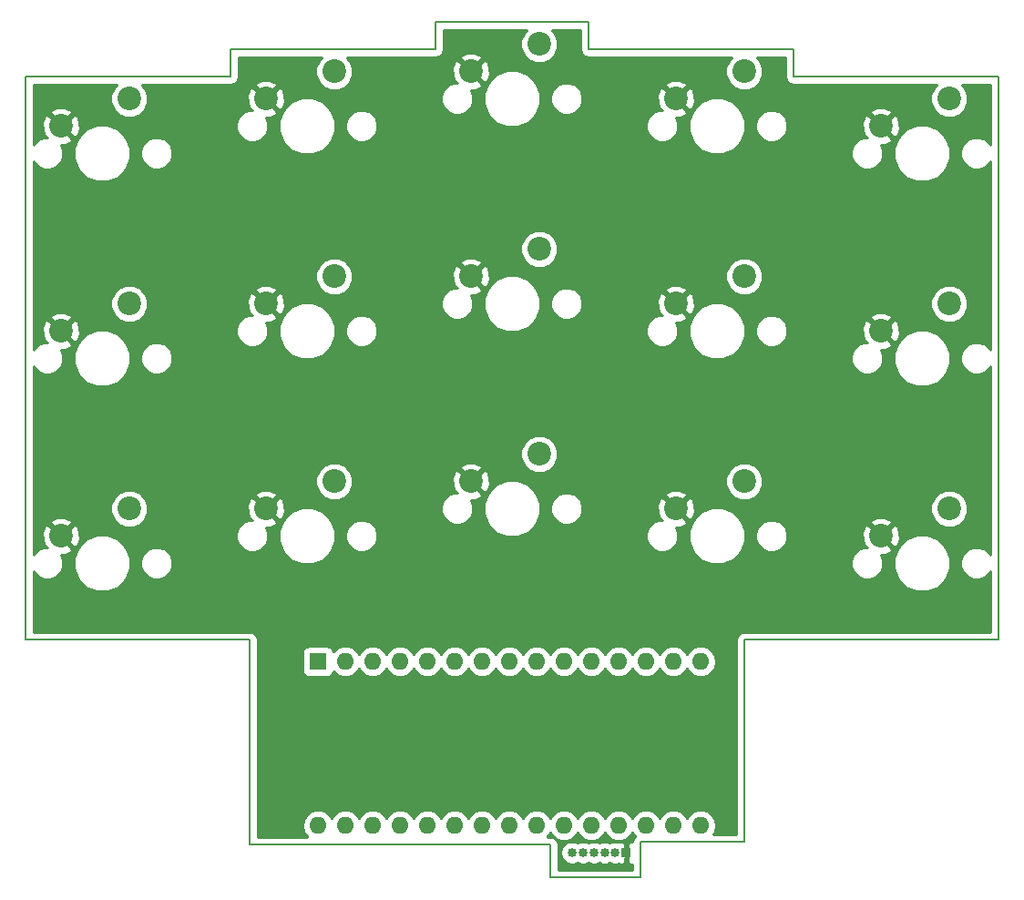
<source format=gbr>
%TF.GenerationSoftware,KiCad,Pcbnew,5.0.1-33cea8e~68~ubuntu18.04.1*%
%TF.CreationDate,2019-01-20T23:44:27+01:00*%
%TF.ProjectId,concertina-v2.1,636F6E63657274696E612D76322E312E,rev?*%
%TF.SameCoordinates,Original*%
%TF.FileFunction,Copper,L2,Bot,Signal*%
%TF.FilePolarity,Positive*%
%FSLAX46Y46*%
G04 Gerber Fmt 4.6, Leading zero omitted, Abs format (unit mm)*
G04 Created by KiCad (PCBNEW 5.0.1-33cea8e~68~ubuntu18.04.1) date dim. 20 janv. 2019 23:44:27 CET*
%MOMM*%
%LPD*%
G01*
G04 APERTURE LIST*
%ADD10C,0.200000*%
%ADD11C,2.200000*%
%ADD12R,1.600000X1.600000*%
%ADD13O,1.600000X1.600000*%
%ADD14R,0.850000X0.850000*%
%ADD15O,0.850000X0.850000*%
%ADD16C,0.254000*%
G04 APERTURE END LIST*
D10*
X172212000Y-109220000D02*
X172212000Y-56896000D01*
X193040000Y-109220000D02*
X172212000Y-109220000D01*
X193040000Y-128270000D02*
X193040000Y-109220000D01*
X220980000Y-128270000D02*
X193040000Y-128270000D01*
X220980000Y-131318000D02*
X220980000Y-128270000D01*
X229362000Y-131318000D02*
X220980000Y-131318000D01*
X229362000Y-128016000D02*
X229362000Y-131318000D01*
X239014000Y-128016000D02*
X229362000Y-128016000D01*
X239014000Y-109220000D02*
X239014000Y-128016000D01*
X262636000Y-109220000D02*
X239014000Y-109220000D01*
X262636000Y-56896000D02*
X262636000Y-109220000D01*
X243586000Y-56896000D02*
X262636000Y-56896000D01*
X243586000Y-54356000D02*
X243586000Y-56896000D01*
X224536000Y-54356000D02*
X243586000Y-54356000D01*
X224536000Y-51816000D02*
X224536000Y-54356000D01*
X210312000Y-51816000D02*
X224536000Y-51816000D01*
X210312000Y-54356000D02*
X210312000Y-51816000D01*
X191262000Y-54356000D02*
X210312000Y-54356000D01*
X191262000Y-56896000D02*
X191262000Y-54356000D01*
X172212000Y-56896000D02*
X191262000Y-56896000D01*
D11*
X251714000Y-61468000D03*
X258064000Y-58928000D03*
D12*
X199390000Y-111252000D03*
D13*
X232410000Y-126492000D03*
X201930000Y-111252000D03*
X229870000Y-126492000D03*
X204470000Y-111252000D03*
X227330000Y-126492000D03*
X207010000Y-111252000D03*
X224790000Y-126492000D03*
X209550000Y-111252000D03*
X222250000Y-126492000D03*
X212090000Y-111252000D03*
X219710000Y-126492000D03*
X214630000Y-111252000D03*
X217170000Y-126492000D03*
X217170000Y-111252000D03*
X214630000Y-126492000D03*
X219710000Y-111252000D03*
X212090000Y-126492000D03*
X222250000Y-111252000D03*
X209550000Y-126492000D03*
X224790000Y-111252000D03*
X207010000Y-126492000D03*
X227330000Y-111252000D03*
X204470000Y-126492000D03*
X229870000Y-111252000D03*
X201930000Y-126492000D03*
X232410000Y-111252000D03*
X199390000Y-126492000D03*
X234950000Y-111252000D03*
X234950000Y-126492000D03*
D14*
X228028000Y-129032000D03*
D15*
X227028000Y-129032000D03*
X226028000Y-129032000D03*
X225028000Y-129032000D03*
X224028000Y-129032000D03*
X223028000Y-129032000D03*
D11*
X200914000Y-75438000D03*
X194564000Y-77978000D03*
X194564000Y-58928000D03*
X200914000Y-56388000D03*
X219964000Y-53848000D03*
X213614000Y-56388000D03*
X213614000Y-75438000D03*
X219964000Y-72898000D03*
X219964000Y-91948000D03*
X213614000Y-94488000D03*
X232664000Y-58928000D03*
X239014000Y-56388000D03*
X239014000Y-75438000D03*
X232664000Y-77978000D03*
X239014000Y-94488000D03*
X232664000Y-97028000D03*
X181864000Y-58928000D03*
X175514000Y-61468000D03*
X181864000Y-77978000D03*
X175514000Y-80518000D03*
X175514000Y-99568000D03*
X181864000Y-97028000D03*
X194564000Y-97028000D03*
X200914000Y-94488000D03*
X251714000Y-99568000D03*
X258064000Y-97028000D03*
X258064000Y-77978000D03*
X251714000Y-80518000D03*
D16*
G36*
X228820234Y-127503846D02*
X228669646Y-127729217D01*
X228618153Y-127988089D01*
X228579310Y-127972000D01*
X228313750Y-127972000D01*
X228155000Y-128130750D01*
X228155000Y-128905000D01*
X228175000Y-128905000D01*
X228175000Y-129159000D01*
X228155000Y-129159000D01*
X228155000Y-129933250D01*
X228313750Y-130092000D01*
X228579310Y-130092000D01*
X228627001Y-130072246D01*
X228627001Y-130583000D01*
X221715000Y-130583000D01*
X221715000Y-129032000D01*
X221947234Y-129032000D01*
X222029502Y-129445591D01*
X222263783Y-129796217D01*
X222614409Y-130030498D01*
X222923602Y-130092000D01*
X223132398Y-130092000D01*
X223441591Y-130030498D01*
X223528000Y-129972761D01*
X223614409Y-130030498D01*
X223923602Y-130092000D01*
X224132398Y-130092000D01*
X224441591Y-130030498D01*
X224528000Y-129972761D01*
X224614409Y-130030498D01*
X224923602Y-130092000D01*
X225132398Y-130092000D01*
X225441591Y-130030498D01*
X225528000Y-129972761D01*
X225614409Y-130030498D01*
X225923602Y-130092000D01*
X226132398Y-130092000D01*
X226441591Y-130030498D01*
X226528000Y-129972761D01*
X226614409Y-130030498D01*
X226923602Y-130092000D01*
X227132398Y-130092000D01*
X227364994Y-130045734D01*
X227476690Y-130092000D01*
X227742250Y-130092000D01*
X227901000Y-129933250D01*
X227901000Y-129633412D01*
X228026498Y-129445591D01*
X228108766Y-129032000D01*
X228026498Y-128618409D01*
X227901000Y-128430588D01*
X227901000Y-128130750D01*
X227742250Y-127972000D01*
X227476690Y-127972000D01*
X227364994Y-128018266D01*
X227132398Y-127972000D01*
X226923602Y-127972000D01*
X226614409Y-128033502D01*
X226528000Y-128091239D01*
X226441591Y-128033502D01*
X226132398Y-127972000D01*
X225923602Y-127972000D01*
X225614409Y-128033502D01*
X225528000Y-128091239D01*
X225441591Y-128033502D01*
X225132398Y-127972000D01*
X224923602Y-127972000D01*
X224614409Y-128033502D01*
X224528000Y-128091239D01*
X224441591Y-128033502D01*
X224132398Y-127972000D01*
X223923602Y-127972000D01*
X223614409Y-128033502D01*
X223528000Y-128091239D01*
X223441591Y-128033502D01*
X223132398Y-127972000D01*
X222923602Y-127972000D01*
X222614409Y-128033502D01*
X222263783Y-128267783D01*
X222029502Y-128618409D01*
X221947234Y-129032000D01*
X221715000Y-129032000D01*
X221715000Y-128342387D01*
X221729399Y-128270000D01*
X221672354Y-127983217D01*
X221509905Y-127740095D01*
X221266783Y-127577646D01*
X221052388Y-127535000D01*
X220980000Y-127520601D01*
X220907612Y-127535000D01*
X220731971Y-127535000D01*
X220744577Y-127526577D01*
X220980000Y-127174242D01*
X221215423Y-127526577D01*
X221690091Y-127843740D01*
X222108667Y-127927000D01*
X222391333Y-127927000D01*
X222809909Y-127843740D01*
X223284577Y-127526577D01*
X223520000Y-127174242D01*
X223755423Y-127526577D01*
X224230091Y-127843740D01*
X224648667Y-127927000D01*
X224931333Y-127927000D01*
X225349909Y-127843740D01*
X225824577Y-127526577D01*
X226060000Y-127174242D01*
X226295423Y-127526577D01*
X226770091Y-127843740D01*
X227188667Y-127927000D01*
X227471333Y-127927000D01*
X227889909Y-127843740D01*
X228364577Y-127526577D01*
X228600000Y-127174242D01*
X228820234Y-127503846D01*
X228820234Y-127503846D01*
G37*
X228820234Y-127503846D02*
X228669646Y-127729217D01*
X228618153Y-127988089D01*
X228579310Y-127972000D01*
X228313750Y-127972000D01*
X228155000Y-128130750D01*
X228155000Y-128905000D01*
X228175000Y-128905000D01*
X228175000Y-129159000D01*
X228155000Y-129159000D01*
X228155000Y-129933250D01*
X228313750Y-130092000D01*
X228579310Y-130092000D01*
X228627001Y-130072246D01*
X228627001Y-130583000D01*
X221715000Y-130583000D01*
X221715000Y-129032000D01*
X221947234Y-129032000D01*
X222029502Y-129445591D01*
X222263783Y-129796217D01*
X222614409Y-130030498D01*
X222923602Y-130092000D01*
X223132398Y-130092000D01*
X223441591Y-130030498D01*
X223528000Y-129972761D01*
X223614409Y-130030498D01*
X223923602Y-130092000D01*
X224132398Y-130092000D01*
X224441591Y-130030498D01*
X224528000Y-129972761D01*
X224614409Y-130030498D01*
X224923602Y-130092000D01*
X225132398Y-130092000D01*
X225441591Y-130030498D01*
X225528000Y-129972761D01*
X225614409Y-130030498D01*
X225923602Y-130092000D01*
X226132398Y-130092000D01*
X226441591Y-130030498D01*
X226528000Y-129972761D01*
X226614409Y-130030498D01*
X226923602Y-130092000D01*
X227132398Y-130092000D01*
X227364994Y-130045734D01*
X227476690Y-130092000D01*
X227742250Y-130092000D01*
X227901000Y-129933250D01*
X227901000Y-129633412D01*
X228026498Y-129445591D01*
X228108766Y-129032000D01*
X228026498Y-128618409D01*
X227901000Y-128430588D01*
X227901000Y-128130750D01*
X227742250Y-127972000D01*
X227476690Y-127972000D01*
X227364994Y-128018266D01*
X227132398Y-127972000D01*
X226923602Y-127972000D01*
X226614409Y-128033502D01*
X226528000Y-128091239D01*
X226441591Y-128033502D01*
X226132398Y-127972000D01*
X225923602Y-127972000D01*
X225614409Y-128033502D01*
X225528000Y-128091239D01*
X225441591Y-128033502D01*
X225132398Y-127972000D01*
X224923602Y-127972000D01*
X224614409Y-128033502D01*
X224528000Y-128091239D01*
X224441591Y-128033502D01*
X224132398Y-127972000D01*
X223923602Y-127972000D01*
X223614409Y-128033502D01*
X223528000Y-128091239D01*
X223441591Y-128033502D01*
X223132398Y-127972000D01*
X222923602Y-127972000D01*
X222614409Y-128033502D01*
X222263783Y-128267783D01*
X222029502Y-128618409D01*
X221947234Y-129032000D01*
X221715000Y-129032000D01*
X221715000Y-128342387D01*
X221729399Y-128270000D01*
X221672354Y-127983217D01*
X221509905Y-127740095D01*
X221266783Y-127577646D01*
X221052388Y-127535000D01*
X220980000Y-127520601D01*
X220907612Y-127535000D01*
X220731971Y-127535000D01*
X220744577Y-127526577D01*
X220980000Y-127174242D01*
X221215423Y-127526577D01*
X221690091Y-127843740D01*
X222108667Y-127927000D01*
X222391333Y-127927000D01*
X222809909Y-127843740D01*
X223284577Y-127526577D01*
X223520000Y-127174242D01*
X223755423Y-127526577D01*
X224230091Y-127843740D01*
X224648667Y-127927000D01*
X224931333Y-127927000D01*
X225349909Y-127843740D01*
X225824577Y-127526577D01*
X226060000Y-127174242D01*
X226295423Y-127526577D01*
X226770091Y-127843740D01*
X227188667Y-127927000D01*
X227471333Y-127927000D01*
X227889909Y-127843740D01*
X228364577Y-127526577D01*
X228600000Y-127174242D01*
X228820234Y-127503846D01*
G36*
X218493138Y-52865201D02*
X218229000Y-53502887D01*
X218229000Y-54193113D01*
X218493138Y-54830799D01*
X218981201Y-55318862D01*
X219618887Y-55583000D01*
X220309113Y-55583000D01*
X220946799Y-55318862D01*
X221434862Y-54830799D01*
X221699000Y-54193113D01*
X221699000Y-53502887D01*
X221434862Y-52865201D01*
X221120661Y-52551000D01*
X223801000Y-52551000D01*
X223801001Y-54283607D01*
X223786601Y-54356000D01*
X223843646Y-54642783D01*
X224006095Y-54885905D01*
X224249217Y-55048354D01*
X224463612Y-55091000D01*
X224536000Y-55105399D01*
X224608388Y-55091000D01*
X237857339Y-55091000D01*
X237543138Y-55405201D01*
X237279000Y-56042887D01*
X237279000Y-56733113D01*
X237543138Y-57370799D01*
X238031201Y-57858862D01*
X238668887Y-58123000D01*
X239359113Y-58123000D01*
X239996799Y-57858862D01*
X240484862Y-57370799D01*
X240749000Y-56733113D01*
X240749000Y-56042887D01*
X240484862Y-55405201D01*
X240170661Y-55091000D01*
X242851000Y-55091000D01*
X242851001Y-56823607D01*
X242836601Y-56896000D01*
X242893646Y-57182783D01*
X243056095Y-57425905D01*
X243299217Y-57588354D01*
X243513612Y-57631000D01*
X243586000Y-57645399D01*
X243658388Y-57631000D01*
X256907339Y-57631000D01*
X256593138Y-57945201D01*
X256329000Y-58582887D01*
X256329000Y-59273113D01*
X256593138Y-59910799D01*
X257081201Y-60398862D01*
X257718887Y-60663000D01*
X258409113Y-60663000D01*
X259046799Y-60398862D01*
X259534862Y-59910799D01*
X259799000Y-59273113D01*
X259799000Y-58582887D01*
X259534862Y-57945201D01*
X259220661Y-57631000D01*
X261901000Y-57631000D01*
X261901000Y-63258743D01*
X261862922Y-63166815D01*
X261445185Y-62749078D01*
X260899385Y-62523000D01*
X260308615Y-62523000D01*
X259762815Y-62749078D01*
X259345078Y-63166815D01*
X259119000Y-63712615D01*
X259119000Y-64303385D01*
X259345078Y-64849185D01*
X259762815Y-65266922D01*
X260308615Y-65493000D01*
X260899385Y-65493000D01*
X261445185Y-65266922D01*
X261862922Y-64849185D01*
X261901000Y-64757257D01*
X261901000Y-82308745D01*
X261862922Y-82216815D01*
X261445185Y-81799078D01*
X260899385Y-81573000D01*
X260308615Y-81573000D01*
X259762815Y-81799078D01*
X259345078Y-82216815D01*
X259119000Y-82762615D01*
X259119000Y-83353385D01*
X259345078Y-83899185D01*
X259762815Y-84316922D01*
X260308615Y-84543000D01*
X260899385Y-84543000D01*
X261445185Y-84316922D01*
X261862922Y-83899185D01*
X261901001Y-83807255D01*
X261901001Y-101358745D01*
X261862922Y-101266815D01*
X261445185Y-100849078D01*
X260899385Y-100623000D01*
X260308615Y-100623000D01*
X259762815Y-100849078D01*
X259345078Y-101266815D01*
X259119000Y-101812615D01*
X259119000Y-102403385D01*
X259345078Y-102949185D01*
X259762815Y-103366922D01*
X260308615Y-103593000D01*
X260899385Y-103593000D01*
X261445185Y-103366922D01*
X261862922Y-102949185D01*
X261901001Y-102857255D01*
X261901001Y-108485000D01*
X239086388Y-108485000D01*
X239014000Y-108470601D01*
X238941612Y-108485000D01*
X238727217Y-108527646D01*
X238484095Y-108690095D01*
X238321646Y-108933217D01*
X238264601Y-109220000D01*
X238279000Y-109292387D01*
X238279001Y-127281000D01*
X236148666Y-127281000D01*
X236301740Y-127051909D01*
X236413113Y-126492000D01*
X236301740Y-125932091D01*
X235984577Y-125457423D01*
X235509909Y-125140260D01*
X235091333Y-125057000D01*
X234808667Y-125057000D01*
X234390091Y-125140260D01*
X233915423Y-125457423D01*
X233680000Y-125809758D01*
X233444577Y-125457423D01*
X232969909Y-125140260D01*
X232551333Y-125057000D01*
X232268667Y-125057000D01*
X231850091Y-125140260D01*
X231375423Y-125457423D01*
X231140000Y-125809758D01*
X230904577Y-125457423D01*
X230429909Y-125140260D01*
X230011333Y-125057000D01*
X229728667Y-125057000D01*
X229310091Y-125140260D01*
X228835423Y-125457423D01*
X228600000Y-125809758D01*
X228364577Y-125457423D01*
X227889909Y-125140260D01*
X227471333Y-125057000D01*
X227188667Y-125057000D01*
X226770091Y-125140260D01*
X226295423Y-125457423D01*
X226060000Y-125809758D01*
X225824577Y-125457423D01*
X225349909Y-125140260D01*
X224931333Y-125057000D01*
X224648667Y-125057000D01*
X224230091Y-125140260D01*
X223755423Y-125457423D01*
X223520000Y-125809758D01*
X223284577Y-125457423D01*
X222809909Y-125140260D01*
X222391333Y-125057000D01*
X222108667Y-125057000D01*
X221690091Y-125140260D01*
X221215423Y-125457423D01*
X220980000Y-125809758D01*
X220744577Y-125457423D01*
X220269909Y-125140260D01*
X219851333Y-125057000D01*
X219568667Y-125057000D01*
X219150091Y-125140260D01*
X218675423Y-125457423D01*
X218440000Y-125809758D01*
X218204577Y-125457423D01*
X217729909Y-125140260D01*
X217311333Y-125057000D01*
X217028667Y-125057000D01*
X216610091Y-125140260D01*
X216135423Y-125457423D01*
X215900000Y-125809758D01*
X215664577Y-125457423D01*
X215189909Y-125140260D01*
X214771333Y-125057000D01*
X214488667Y-125057000D01*
X214070091Y-125140260D01*
X213595423Y-125457423D01*
X213360000Y-125809758D01*
X213124577Y-125457423D01*
X212649909Y-125140260D01*
X212231333Y-125057000D01*
X211948667Y-125057000D01*
X211530091Y-125140260D01*
X211055423Y-125457423D01*
X210820000Y-125809758D01*
X210584577Y-125457423D01*
X210109909Y-125140260D01*
X209691333Y-125057000D01*
X209408667Y-125057000D01*
X208990091Y-125140260D01*
X208515423Y-125457423D01*
X208280000Y-125809758D01*
X208044577Y-125457423D01*
X207569909Y-125140260D01*
X207151333Y-125057000D01*
X206868667Y-125057000D01*
X206450091Y-125140260D01*
X205975423Y-125457423D01*
X205740000Y-125809758D01*
X205504577Y-125457423D01*
X205029909Y-125140260D01*
X204611333Y-125057000D01*
X204328667Y-125057000D01*
X203910091Y-125140260D01*
X203435423Y-125457423D01*
X203200000Y-125809758D01*
X202964577Y-125457423D01*
X202489909Y-125140260D01*
X202071333Y-125057000D01*
X201788667Y-125057000D01*
X201370091Y-125140260D01*
X200895423Y-125457423D01*
X200660000Y-125809758D01*
X200424577Y-125457423D01*
X199949909Y-125140260D01*
X199531333Y-125057000D01*
X199248667Y-125057000D01*
X198830091Y-125140260D01*
X198355423Y-125457423D01*
X198038260Y-125932091D01*
X197926887Y-126492000D01*
X198038260Y-127051909D01*
X198355423Y-127526577D01*
X198368029Y-127535000D01*
X193775000Y-127535000D01*
X193775000Y-110452000D01*
X197942560Y-110452000D01*
X197942560Y-112052000D01*
X197991843Y-112299765D01*
X198132191Y-112509809D01*
X198342235Y-112650157D01*
X198590000Y-112699440D01*
X200190000Y-112699440D01*
X200437765Y-112650157D01*
X200647809Y-112509809D01*
X200788157Y-112299765D01*
X200814785Y-112165894D01*
X200895423Y-112286577D01*
X201370091Y-112603740D01*
X201788667Y-112687000D01*
X202071333Y-112687000D01*
X202489909Y-112603740D01*
X202964577Y-112286577D01*
X203200000Y-111934242D01*
X203435423Y-112286577D01*
X203910091Y-112603740D01*
X204328667Y-112687000D01*
X204611333Y-112687000D01*
X205029909Y-112603740D01*
X205504577Y-112286577D01*
X205740000Y-111934242D01*
X205975423Y-112286577D01*
X206450091Y-112603740D01*
X206868667Y-112687000D01*
X207151333Y-112687000D01*
X207569909Y-112603740D01*
X208044577Y-112286577D01*
X208280000Y-111934242D01*
X208515423Y-112286577D01*
X208990091Y-112603740D01*
X209408667Y-112687000D01*
X209691333Y-112687000D01*
X210109909Y-112603740D01*
X210584577Y-112286577D01*
X210820000Y-111934242D01*
X211055423Y-112286577D01*
X211530091Y-112603740D01*
X211948667Y-112687000D01*
X212231333Y-112687000D01*
X212649909Y-112603740D01*
X213124577Y-112286577D01*
X213360000Y-111934242D01*
X213595423Y-112286577D01*
X214070091Y-112603740D01*
X214488667Y-112687000D01*
X214771333Y-112687000D01*
X215189909Y-112603740D01*
X215664577Y-112286577D01*
X215900000Y-111934242D01*
X216135423Y-112286577D01*
X216610091Y-112603740D01*
X217028667Y-112687000D01*
X217311333Y-112687000D01*
X217729909Y-112603740D01*
X218204577Y-112286577D01*
X218440000Y-111934242D01*
X218675423Y-112286577D01*
X219150091Y-112603740D01*
X219568667Y-112687000D01*
X219851333Y-112687000D01*
X220269909Y-112603740D01*
X220744577Y-112286577D01*
X220980000Y-111934242D01*
X221215423Y-112286577D01*
X221690091Y-112603740D01*
X222108667Y-112687000D01*
X222391333Y-112687000D01*
X222809909Y-112603740D01*
X223284577Y-112286577D01*
X223520000Y-111934242D01*
X223755423Y-112286577D01*
X224230091Y-112603740D01*
X224648667Y-112687000D01*
X224931333Y-112687000D01*
X225349909Y-112603740D01*
X225824577Y-112286577D01*
X226060000Y-111934242D01*
X226295423Y-112286577D01*
X226770091Y-112603740D01*
X227188667Y-112687000D01*
X227471333Y-112687000D01*
X227889909Y-112603740D01*
X228364577Y-112286577D01*
X228600000Y-111934242D01*
X228835423Y-112286577D01*
X229310091Y-112603740D01*
X229728667Y-112687000D01*
X230011333Y-112687000D01*
X230429909Y-112603740D01*
X230904577Y-112286577D01*
X231140000Y-111934242D01*
X231375423Y-112286577D01*
X231850091Y-112603740D01*
X232268667Y-112687000D01*
X232551333Y-112687000D01*
X232969909Y-112603740D01*
X233444577Y-112286577D01*
X233680000Y-111934242D01*
X233915423Y-112286577D01*
X234390091Y-112603740D01*
X234808667Y-112687000D01*
X235091333Y-112687000D01*
X235509909Y-112603740D01*
X235984577Y-112286577D01*
X236301740Y-111811909D01*
X236413113Y-111252000D01*
X236301740Y-110692091D01*
X235984577Y-110217423D01*
X235509909Y-109900260D01*
X235091333Y-109817000D01*
X234808667Y-109817000D01*
X234390091Y-109900260D01*
X233915423Y-110217423D01*
X233680000Y-110569758D01*
X233444577Y-110217423D01*
X232969909Y-109900260D01*
X232551333Y-109817000D01*
X232268667Y-109817000D01*
X231850091Y-109900260D01*
X231375423Y-110217423D01*
X231140000Y-110569758D01*
X230904577Y-110217423D01*
X230429909Y-109900260D01*
X230011333Y-109817000D01*
X229728667Y-109817000D01*
X229310091Y-109900260D01*
X228835423Y-110217423D01*
X228600000Y-110569758D01*
X228364577Y-110217423D01*
X227889909Y-109900260D01*
X227471333Y-109817000D01*
X227188667Y-109817000D01*
X226770091Y-109900260D01*
X226295423Y-110217423D01*
X226060000Y-110569758D01*
X225824577Y-110217423D01*
X225349909Y-109900260D01*
X224931333Y-109817000D01*
X224648667Y-109817000D01*
X224230091Y-109900260D01*
X223755423Y-110217423D01*
X223520000Y-110569758D01*
X223284577Y-110217423D01*
X222809909Y-109900260D01*
X222391333Y-109817000D01*
X222108667Y-109817000D01*
X221690091Y-109900260D01*
X221215423Y-110217423D01*
X220980000Y-110569758D01*
X220744577Y-110217423D01*
X220269909Y-109900260D01*
X219851333Y-109817000D01*
X219568667Y-109817000D01*
X219150091Y-109900260D01*
X218675423Y-110217423D01*
X218440000Y-110569758D01*
X218204577Y-110217423D01*
X217729909Y-109900260D01*
X217311333Y-109817000D01*
X217028667Y-109817000D01*
X216610091Y-109900260D01*
X216135423Y-110217423D01*
X215900000Y-110569758D01*
X215664577Y-110217423D01*
X215189909Y-109900260D01*
X214771333Y-109817000D01*
X214488667Y-109817000D01*
X214070091Y-109900260D01*
X213595423Y-110217423D01*
X213360000Y-110569758D01*
X213124577Y-110217423D01*
X212649909Y-109900260D01*
X212231333Y-109817000D01*
X211948667Y-109817000D01*
X211530091Y-109900260D01*
X211055423Y-110217423D01*
X210820000Y-110569758D01*
X210584577Y-110217423D01*
X210109909Y-109900260D01*
X209691333Y-109817000D01*
X209408667Y-109817000D01*
X208990091Y-109900260D01*
X208515423Y-110217423D01*
X208280000Y-110569758D01*
X208044577Y-110217423D01*
X207569909Y-109900260D01*
X207151333Y-109817000D01*
X206868667Y-109817000D01*
X206450091Y-109900260D01*
X205975423Y-110217423D01*
X205740000Y-110569758D01*
X205504577Y-110217423D01*
X205029909Y-109900260D01*
X204611333Y-109817000D01*
X204328667Y-109817000D01*
X203910091Y-109900260D01*
X203435423Y-110217423D01*
X203200000Y-110569758D01*
X202964577Y-110217423D01*
X202489909Y-109900260D01*
X202071333Y-109817000D01*
X201788667Y-109817000D01*
X201370091Y-109900260D01*
X200895423Y-110217423D01*
X200814785Y-110338106D01*
X200788157Y-110204235D01*
X200647809Y-109994191D01*
X200437765Y-109853843D01*
X200190000Y-109804560D01*
X198590000Y-109804560D01*
X198342235Y-109853843D01*
X198132191Y-109994191D01*
X197991843Y-110204235D01*
X197942560Y-110452000D01*
X193775000Y-110452000D01*
X193775000Y-109292387D01*
X193789399Y-109220000D01*
X193732354Y-108933217D01*
X193569905Y-108690095D01*
X193326783Y-108527646D01*
X193112388Y-108485000D01*
X193040000Y-108470601D01*
X192967612Y-108485000D01*
X172947000Y-108485000D01*
X172947000Y-102857257D01*
X172985078Y-102949185D01*
X173402815Y-103366922D01*
X173948615Y-103593000D01*
X174539385Y-103593000D01*
X175085185Y-103366922D01*
X175502922Y-102949185D01*
X175729000Y-102403385D01*
X175729000Y-101812615D01*
X175634249Y-101583866D01*
X176689000Y-101583866D01*
X176689000Y-102632134D01*
X177090155Y-103600608D01*
X177831392Y-104341845D01*
X178799866Y-104743000D01*
X179848134Y-104743000D01*
X180816608Y-104341845D01*
X181557845Y-103600608D01*
X181959000Y-102632134D01*
X181959000Y-101812615D01*
X182919000Y-101812615D01*
X182919000Y-102403385D01*
X183145078Y-102949185D01*
X183562815Y-103366922D01*
X184108615Y-103593000D01*
X184699385Y-103593000D01*
X185245185Y-103366922D01*
X185662922Y-102949185D01*
X185889000Y-102403385D01*
X185889000Y-101812615D01*
X185662922Y-101266815D01*
X185245185Y-100849078D01*
X184699385Y-100623000D01*
X184108615Y-100623000D01*
X183562815Y-100849078D01*
X183145078Y-101266815D01*
X182919000Y-101812615D01*
X181959000Y-101812615D01*
X181959000Y-101583866D01*
X181557845Y-100615392D01*
X180816608Y-99874155D01*
X179848134Y-99473000D01*
X178799866Y-99473000D01*
X177831392Y-99874155D01*
X177090155Y-100615392D01*
X176689000Y-101583866D01*
X175634249Y-101583866D01*
X175518235Y-101303784D01*
X175915453Y-101290836D01*
X176448359Y-101070099D01*
X176559263Y-100792868D01*
X175514000Y-99747605D01*
X175499858Y-99761748D01*
X175320253Y-99582143D01*
X175334395Y-99568000D01*
X175693605Y-99568000D01*
X176738868Y-100613263D01*
X177016099Y-100502359D01*
X177259323Y-99856407D01*
X177240294Y-99272615D01*
X191809000Y-99272615D01*
X191809000Y-99863385D01*
X192035078Y-100409185D01*
X192452815Y-100826922D01*
X192998615Y-101053000D01*
X193589385Y-101053000D01*
X194135185Y-100826922D01*
X194552922Y-100409185D01*
X194779000Y-99863385D01*
X194779000Y-99272615D01*
X194684249Y-99043866D01*
X195739000Y-99043866D01*
X195739000Y-100092134D01*
X196140155Y-101060608D01*
X196881392Y-101801845D01*
X197849866Y-102203000D01*
X198898134Y-102203000D01*
X199866608Y-101801845D01*
X200607845Y-101060608D01*
X201009000Y-100092134D01*
X201009000Y-99272615D01*
X201969000Y-99272615D01*
X201969000Y-99863385D01*
X202195078Y-100409185D01*
X202612815Y-100826922D01*
X203158615Y-101053000D01*
X203749385Y-101053000D01*
X204295185Y-100826922D01*
X204712922Y-100409185D01*
X204939000Y-99863385D01*
X204939000Y-99272615D01*
X204712922Y-98726815D01*
X204295185Y-98309078D01*
X203749385Y-98083000D01*
X203158615Y-98083000D01*
X202612815Y-98309078D01*
X202195078Y-98726815D01*
X201969000Y-99272615D01*
X201009000Y-99272615D01*
X201009000Y-99043866D01*
X200607845Y-98075392D01*
X199866608Y-97334155D01*
X198898134Y-96933000D01*
X197849866Y-96933000D01*
X196881392Y-97334155D01*
X196140155Y-98075392D01*
X195739000Y-99043866D01*
X194684249Y-99043866D01*
X194568235Y-98763784D01*
X194965453Y-98750836D01*
X195498359Y-98530099D01*
X195609263Y-98252868D01*
X194564000Y-97207605D01*
X194549858Y-97221748D01*
X194370253Y-97042143D01*
X194384395Y-97028000D01*
X194743605Y-97028000D01*
X195788868Y-98073263D01*
X196066099Y-97962359D01*
X196309323Y-97316407D01*
X196290294Y-96732615D01*
X210859000Y-96732615D01*
X210859000Y-97323385D01*
X211085078Y-97869185D01*
X211502815Y-98286922D01*
X212048615Y-98513000D01*
X212639385Y-98513000D01*
X213185185Y-98286922D01*
X213602922Y-97869185D01*
X213829000Y-97323385D01*
X213829000Y-96732615D01*
X213734249Y-96503866D01*
X214789000Y-96503866D01*
X214789000Y-97552134D01*
X215190155Y-98520608D01*
X215931392Y-99261845D01*
X216899866Y-99663000D01*
X217948134Y-99663000D01*
X218890606Y-99272615D01*
X229909000Y-99272615D01*
X229909000Y-99863385D01*
X230135078Y-100409185D01*
X230552815Y-100826922D01*
X231098615Y-101053000D01*
X231689385Y-101053000D01*
X232235185Y-100826922D01*
X232652922Y-100409185D01*
X232879000Y-99863385D01*
X232879000Y-99272615D01*
X232784249Y-99043866D01*
X233839000Y-99043866D01*
X233839000Y-100092134D01*
X234240155Y-101060608D01*
X234981392Y-101801845D01*
X235949866Y-102203000D01*
X236998134Y-102203000D01*
X237940606Y-101812615D01*
X248959000Y-101812615D01*
X248959000Y-102403385D01*
X249185078Y-102949185D01*
X249602815Y-103366922D01*
X250148615Y-103593000D01*
X250739385Y-103593000D01*
X251285185Y-103366922D01*
X251702922Y-102949185D01*
X251929000Y-102403385D01*
X251929000Y-101812615D01*
X251834249Y-101583866D01*
X252889000Y-101583866D01*
X252889000Y-102632134D01*
X253290155Y-103600608D01*
X254031392Y-104341845D01*
X254999866Y-104743000D01*
X256048134Y-104743000D01*
X257016608Y-104341845D01*
X257757845Y-103600608D01*
X258159000Y-102632134D01*
X258159000Y-101583866D01*
X257757845Y-100615392D01*
X257016608Y-99874155D01*
X256048134Y-99473000D01*
X254999866Y-99473000D01*
X254031392Y-99874155D01*
X253290155Y-100615392D01*
X252889000Y-101583866D01*
X251834249Y-101583866D01*
X251718235Y-101303784D01*
X252115453Y-101290836D01*
X252648359Y-101070099D01*
X252759263Y-100792868D01*
X251714000Y-99747605D01*
X251699858Y-99761748D01*
X251520253Y-99582143D01*
X251534395Y-99568000D01*
X251893605Y-99568000D01*
X252938868Y-100613263D01*
X253216099Y-100502359D01*
X253459323Y-99856407D01*
X253436836Y-99166547D01*
X253216099Y-98633641D01*
X252938868Y-98522737D01*
X251893605Y-99568000D01*
X251534395Y-99568000D01*
X250489132Y-98522737D01*
X250211901Y-98633641D01*
X249968677Y-99279593D01*
X249991164Y-99969453D01*
X250211901Y-100502359D01*
X250489130Y-100613262D01*
X250479392Y-100623000D01*
X250148615Y-100623000D01*
X249602815Y-100849078D01*
X249185078Y-101266815D01*
X248959000Y-101812615D01*
X237940606Y-101812615D01*
X237966608Y-101801845D01*
X238707845Y-101060608D01*
X239109000Y-100092134D01*
X239109000Y-99272615D01*
X240069000Y-99272615D01*
X240069000Y-99863385D01*
X240295078Y-100409185D01*
X240712815Y-100826922D01*
X241258615Y-101053000D01*
X241849385Y-101053000D01*
X242395185Y-100826922D01*
X242812922Y-100409185D01*
X243039000Y-99863385D01*
X243039000Y-99272615D01*
X242812922Y-98726815D01*
X242429239Y-98343132D01*
X250668737Y-98343132D01*
X251714000Y-99388395D01*
X252759263Y-98343132D01*
X252648359Y-98065901D01*
X252002407Y-97822677D01*
X251312547Y-97845164D01*
X250779641Y-98065901D01*
X250668737Y-98343132D01*
X242429239Y-98343132D01*
X242395185Y-98309078D01*
X241849385Y-98083000D01*
X241258615Y-98083000D01*
X240712815Y-98309078D01*
X240295078Y-98726815D01*
X240069000Y-99272615D01*
X239109000Y-99272615D01*
X239109000Y-99043866D01*
X238707845Y-98075392D01*
X237966608Y-97334155D01*
X236998134Y-96933000D01*
X235949866Y-96933000D01*
X234981392Y-97334155D01*
X234240155Y-98075392D01*
X233839000Y-99043866D01*
X232784249Y-99043866D01*
X232668235Y-98763784D01*
X233065453Y-98750836D01*
X233598359Y-98530099D01*
X233709263Y-98252868D01*
X232664000Y-97207605D01*
X232649858Y-97221748D01*
X232470253Y-97042143D01*
X232484395Y-97028000D01*
X232843605Y-97028000D01*
X233888868Y-98073263D01*
X234166099Y-97962359D01*
X234409323Y-97316407D01*
X234388673Y-96682887D01*
X256329000Y-96682887D01*
X256329000Y-97373113D01*
X256593138Y-98010799D01*
X257081201Y-98498862D01*
X257718887Y-98763000D01*
X258409113Y-98763000D01*
X259046799Y-98498862D01*
X259534862Y-98010799D01*
X259799000Y-97373113D01*
X259799000Y-96682887D01*
X259534862Y-96045201D01*
X259046799Y-95557138D01*
X258409113Y-95293000D01*
X257718887Y-95293000D01*
X257081201Y-95557138D01*
X256593138Y-96045201D01*
X256329000Y-96682887D01*
X234388673Y-96682887D01*
X234386836Y-96626547D01*
X234166099Y-96093641D01*
X233888868Y-95982737D01*
X232843605Y-97028000D01*
X232484395Y-97028000D01*
X231439132Y-95982737D01*
X231161901Y-96093641D01*
X230918677Y-96739593D01*
X230941164Y-97429453D01*
X231161901Y-97962359D01*
X231439130Y-98073262D01*
X231429392Y-98083000D01*
X231098615Y-98083000D01*
X230552815Y-98309078D01*
X230135078Y-98726815D01*
X229909000Y-99272615D01*
X218890606Y-99272615D01*
X218916608Y-99261845D01*
X219657845Y-98520608D01*
X220059000Y-97552134D01*
X220059000Y-96732615D01*
X221019000Y-96732615D01*
X221019000Y-97323385D01*
X221245078Y-97869185D01*
X221662815Y-98286922D01*
X222208615Y-98513000D01*
X222799385Y-98513000D01*
X223345185Y-98286922D01*
X223762922Y-97869185D01*
X223989000Y-97323385D01*
X223989000Y-96732615D01*
X223762922Y-96186815D01*
X223379239Y-95803132D01*
X231618737Y-95803132D01*
X232664000Y-96848395D01*
X233709263Y-95803132D01*
X233598359Y-95525901D01*
X232952407Y-95282677D01*
X232262547Y-95305164D01*
X231729641Y-95525901D01*
X231618737Y-95803132D01*
X223379239Y-95803132D01*
X223345185Y-95769078D01*
X222799385Y-95543000D01*
X222208615Y-95543000D01*
X221662815Y-95769078D01*
X221245078Y-96186815D01*
X221019000Y-96732615D01*
X220059000Y-96732615D01*
X220059000Y-96503866D01*
X219657845Y-95535392D01*
X218916608Y-94794155D01*
X217948134Y-94393000D01*
X216899866Y-94393000D01*
X215931392Y-94794155D01*
X215190155Y-95535392D01*
X214789000Y-96503866D01*
X213734249Y-96503866D01*
X213618235Y-96223784D01*
X214015453Y-96210836D01*
X214548359Y-95990099D01*
X214659263Y-95712868D01*
X213614000Y-94667605D01*
X213599858Y-94681748D01*
X213420253Y-94502143D01*
X213434395Y-94488000D01*
X213793605Y-94488000D01*
X214838868Y-95533263D01*
X215116099Y-95422359D01*
X215359323Y-94776407D01*
X215338673Y-94142887D01*
X237279000Y-94142887D01*
X237279000Y-94833113D01*
X237543138Y-95470799D01*
X238031201Y-95958862D01*
X238668887Y-96223000D01*
X239359113Y-96223000D01*
X239996799Y-95958862D01*
X240484862Y-95470799D01*
X240749000Y-94833113D01*
X240749000Y-94142887D01*
X240484862Y-93505201D01*
X239996799Y-93017138D01*
X239359113Y-92753000D01*
X238668887Y-92753000D01*
X238031201Y-93017138D01*
X237543138Y-93505201D01*
X237279000Y-94142887D01*
X215338673Y-94142887D01*
X215336836Y-94086547D01*
X215116099Y-93553641D01*
X214838868Y-93442737D01*
X213793605Y-94488000D01*
X213434395Y-94488000D01*
X212389132Y-93442737D01*
X212111901Y-93553641D01*
X211868677Y-94199593D01*
X211891164Y-94889453D01*
X212111901Y-95422359D01*
X212389130Y-95533262D01*
X212379392Y-95543000D01*
X212048615Y-95543000D01*
X211502815Y-95769078D01*
X211085078Y-96186815D01*
X210859000Y-96732615D01*
X196290294Y-96732615D01*
X196286836Y-96626547D01*
X196066099Y-96093641D01*
X195788868Y-95982737D01*
X194743605Y-97028000D01*
X194384395Y-97028000D01*
X193339132Y-95982737D01*
X193061901Y-96093641D01*
X192818677Y-96739593D01*
X192841164Y-97429453D01*
X193061901Y-97962359D01*
X193339130Y-98073262D01*
X193329392Y-98083000D01*
X192998615Y-98083000D01*
X192452815Y-98309078D01*
X192035078Y-98726815D01*
X191809000Y-99272615D01*
X177240294Y-99272615D01*
X177236836Y-99166547D01*
X177016099Y-98633641D01*
X176738868Y-98522737D01*
X175693605Y-99568000D01*
X175334395Y-99568000D01*
X174289132Y-98522737D01*
X174011901Y-98633641D01*
X173768677Y-99279593D01*
X173791164Y-99969453D01*
X174011901Y-100502359D01*
X174289130Y-100613262D01*
X174279392Y-100623000D01*
X173948615Y-100623000D01*
X173402815Y-100849078D01*
X172985078Y-101266815D01*
X172947000Y-101358743D01*
X172947000Y-98343132D01*
X174468737Y-98343132D01*
X175514000Y-99388395D01*
X176559263Y-98343132D01*
X176448359Y-98065901D01*
X175802407Y-97822677D01*
X175112547Y-97845164D01*
X174579641Y-98065901D01*
X174468737Y-98343132D01*
X172947000Y-98343132D01*
X172947000Y-96682887D01*
X180129000Y-96682887D01*
X180129000Y-97373113D01*
X180393138Y-98010799D01*
X180881201Y-98498862D01*
X181518887Y-98763000D01*
X182209113Y-98763000D01*
X182846799Y-98498862D01*
X183334862Y-98010799D01*
X183599000Y-97373113D01*
X183599000Y-96682887D01*
X183334862Y-96045201D01*
X183092793Y-95803132D01*
X193518737Y-95803132D01*
X194564000Y-96848395D01*
X195609263Y-95803132D01*
X195498359Y-95525901D01*
X194852407Y-95282677D01*
X194162547Y-95305164D01*
X193629641Y-95525901D01*
X193518737Y-95803132D01*
X183092793Y-95803132D01*
X182846799Y-95557138D01*
X182209113Y-95293000D01*
X181518887Y-95293000D01*
X180881201Y-95557138D01*
X180393138Y-96045201D01*
X180129000Y-96682887D01*
X172947000Y-96682887D01*
X172947000Y-94142887D01*
X199179000Y-94142887D01*
X199179000Y-94833113D01*
X199443138Y-95470799D01*
X199931201Y-95958862D01*
X200568887Y-96223000D01*
X201259113Y-96223000D01*
X201896799Y-95958862D01*
X202384862Y-95470799D01*
X202649000Y-94833113D01*
X202649000Y-94142887D01*
X202384862Y-93505201D01*
X202142793Y-93263132D01*
X212568737Y-93263132D01*
X213614000Y-94308395D01*
X214659263Y-93263132D01*
X214548359Y-92985901D01*
X213902407Y-92742677D01*
X213212547Y-92765164D01*
X212679641Y-92985901D01*
X212568737Y-93263132D01*
X202142793Y-93263132D01*
X201896799Y-93017138D01*
X201259113Y-92753000D01*
X200568887Y-92753000D01*
X199931201Y-93017138D01*
X199443138Y-93505201D01*
X199179000Y-94142887D01*
X172947000Y-94142887D01*
X172947000Y-91602887D01*
X218229000Y-91602887D01*
X218229000Y-92293113D01*
X218493138Y-92930799D01*
X218981201Y-93418862D01*
X219618887Y-93683000D01*
X220309113Y-93683000D01*
X220946799Y-93418862D01*
X221434862Y-92930799D01*
X221699000Y-92293113D01*
X221699000Y-91602887D01*
X221434862Y-90965201D01*
X220946799Y-90477138D01*
X220309113Y-90213000D01*
X219618887Y-90213000D01*
X218981201Y-90477138D01*
X218493138Y-90965201D01*
X218229000Y-91602887D01*
X172947000Y-91602887D01*
X172947000Y-83807257D01*
X172985078Y-83899185D01*
X173402815Y-84316922D01*
X173948615Y-84543000D01*
X174539385Y-84543000D01*
X175085185Y-84316922D01*
X175502922Y-83899185D01*
X175729000Y-83353385D01*
X175729000Y-82762615D01*
X175634249Y-82533866D01*
X176689000Y-82533866D01*
X176689000Y-83582134D01*
X177090155Y-84550608D01*
X177831392Y-85291845D01*
X178799866Y-85693000D01*
X179848134Y-85693000D01*
X180816608Y-85291845D01*
X181557845Y-84550608D01*
X181959000Y-83582134D01*
X181959000Y-82762615D01*
X182919000Y-82762615D01*
X182919000Y-83353385D01*
X183145078Y-83899185D01*
X183562815Y-84316922D01*
X184108615Y-84543000D01*
X184699385Y-84543000D01*
X185245185Y-84316922D01*
X185662922Y-83899185D01*
X185889000Y-83353385D01*
X185889000Y-82762615D01*
X185662922Y-82216815D01*
X185245185Y-81799078D01*
X184699385Y-81573000D01*
X184108615Y-81573000D01*
X183562815Y-81799078D01*
X183145078Y-82216815D01*
X182919000Y-82762615D01*
X181959000Y-82762615D01*
X181959000Y-82533866D01*
X181557845Y-81565392D01*
X180816608Y-80824155D01*
X179848134Y-80423000D01*
X178799866Y-80423000D01*
X177831392Y-80824155D01*
X177090155Y-81565392D01*
X176689000Y-82533866D01*
X175634249Y-82533866D01*
X175518235Y-82253784D01*
X175915453Y-82240836D01*
X176448359Y-82020099D01*
X176559263Y-81742868D01*
X175514000Y-80697605D01*
X175499858Y-80711748D01*
X175320253Y-80532143D01*
X175334395Y-80518000D01*
X175693605Y-80518000D01*
X176738868Y-81563263D01*
X177016099Y-81452359D01*
X177259323Y-80806407D01*
X177240294Y-80222615D01*
X191809000Y-80222615D01*
X191809000Y-80813385D01*
X192035078Y-81359185D01*
X192452815Y-81776922D01*
X192998615Y-82003000D01*
X193589385Y-82003000D01*
X194135185Y-81776922D01*
X194552922Y-81359185D01*
X194779000Y-80813385D01*
X194779000Y-80222615D01*
X194684249Y-79993866D01*
X195739000Y-79993866D01*
X195739000Y-81042134D01*
X196140155Y-82010608D01*
X196881392Y-82751845D01*
X197849866Y-83153000D01*
X198898134Y-83153000D01*
X199866608Y-82751845D01*
X200607845Y-82010608D01*
X201009000Y-81042134D01*
X201009000Y-80222615D01*
X201969000Y-80222615D01*
X201969000Y-80813385D01*
X202195078Y-81359185D01*
X202612815Y-81776922D01*
X203158615Y-82003000D01*
X203749385Y-82003000D01*
X204295185Y-81776922D01*
X204712922Y-81359185D01*
X204939000Y-80813385D01*
X204939000Y-80222615D01*
X204712922Y-79676815D01*
X204295185Y-79259078D01*
X203749385Y-79033000D01*
X203158615Y-79033000D01*
X202612815Y-79259078D01*
X202195078Y-79676815D01*
X201969000Y-80222615D01*
X201009000Y-80222615D01*
X201009000Y-79993866D01*
X200607845Y-79025392D01*
X199866608Y-78284155D01*
X198898134Y-77883000D01*
X197849866Y-77883000D01*
X196881392Y-78284155D01*
X196140155Y-79025392D01*
X195739000Y-79993866D01*
X194684249Y-79993866D01*
X194568235Y-79713784D01*
X194965453Y-79700836D01*
X195498359Y-79480099D01*
X195609263Y-79202868D01*
X194564000Y-78157605D01*
X194549858Y-78171748D01*
X194370253Y-77992143D01*
X194384395Y-77978000D01*
X194743605Y-77978000D01*
X195788868Y-79023263D01*
X196066099Y-78912359D01*
X196309323Y-78266407D01*
X196290294Y-77682615D01*
X210859000Y-77682615D01*
X210859000Y-78273385D01*
X211085078Y-78819185D01*
X211502815Y-79236922D01*
X212048615Y-79463000D01*
X212639385Y-79463000D01*
X213185185Y-79236922D01*
X213602922Y-78819185D01*
X213829000Y-78273385D01*
X213829000Y-77682615D01*
X213734249Y-77453866D01*
X214789000Y-77453866D01*
X214789000Y-78502134D01*
X215190155Y-79470608D01*
X215931392Y-80211845D01*
X216899866Y-80613000D01*
X217948134Y-80613000D01*
X218890606Y-80222615D01*
X229909000Y-80222615D01*
X229909000Y-80813385D01*
X230135078Y-81359185D01*
X230552815Y-81776922D01*
X231098615Y-82003000D01*
X231689385Y-82003000D01*
X232235185Y-81776922D01*
X232652922Y-81359185D01*
X232879000Y-80813385D01*
X232879000Y-80222615D01*
X232784249Y-79993866D01*
X233839000Y-79993866D01*
X233839000Y-81042134D01*
X234240155Y-82010608D01*
X234981392Y-82751845D01*
X235949866Y-83153000D01*
X236998134Y-83153000D01*
X237940606Y-82762615D01*
X248959000Y-82762615D01*
X248959000Y-83353385D01*
X249185078Y-83899185D01*
X249602815Y-84316922D01*
X250148615Y-84543000D01*
X250739385Y-84543000D01*
X251285185Y-84316922D01*
X251702922Y-83899185D01*
X251929000Y-83353385D01*
X251929000Y-82762615D01*
X251834249Y-82533866D01*
X252889000Y-82533866D01*
X252889000Y-83582134D01*
X253290155Y-84550608D01*
X254031392Y-85291845D01*
X254999866Y-85693000D01*
X256048134Y-85693000D01*
X257016608Y-85291845D01*
X257757845Y-84550608D01*
X258159000Y-83582134D01*
X258159000Y-82533866D01*
X257757845Y-81565392D01*
X257016608Y-80824155D01*
X256048134Y-80423000D01*
X254999866Y-80423000D01*
X254031392Y-80824155D01*
X253290155Y-81565392D01*
X252889000Y-82533866D01*
X251834249Y-82533866D01*
X251718235Y-82253784D01*
X252115453Y-82240836D01*
X252648359Y-82020099D01*
X252759263Y-81742868D01*
X251714000Y-80697605D01*
X251699858Y-80711748D01*
X251520253Y-80532143D01*
X251534395Y-80518000D01*
X251893605Y-80518000D01*
X252938868Y-81563263D01*
X253216099Y-81452359D01*
X253459323Y-80806407D01*
X253436836Y-80116547D01*
X253216099Y-79583641D01*
X252938868Y-79472737D01*
X251893605Y-80518000D01*
X251534395Y-80518000D01*
X250489132Y-79472737D01*
X250211901Y-79583641D01*
X249968677Y-80229593D01*
X249991164Y-80919453D01*
X250211901Y-81452359D01*
X250489130Y-81563262D01*
X250479392Y-81573000D01*
X250148615Y-81573000D01*
X249602815Y-81799078D01*
X249185078Y-82216815D01*
X248959000Y-82762615D01*
X237940606Y-82762615D01*
X237966608Y-82751845D01*
X238707845Y-82010608D01*
X239109000Y-81042134D01*
X239109000Y-80222615D01*
X240069000Y-80222615D01*
X240069000Y-80813385D01*
X240295078Y-81359185D01*
X240712815Y-81776922D01*
X241258615Y-82003000D01*
X241849385Y-82003000D01*
X242395185Y-81776922D01*
X242812922Y-81359185D01*
X243039000Y-80813385D01*
X243039000Y-80222615D01*
X242812922Y-79676815D01*
X242429239Y-79293132D01*
X250668737Y-79293132D01*
X251714000Y-80338395D01*
X252759263Y-79293132D01*
X252648359Y-79015901D01*
X252002407Y-78772677D01*
X251312547Y-78795164D01*
X250779641Y-79015901D01*
X250668737Y-79293132D01*
X242429239Y-79293132D01*
X242395185Y-79259078D01*
X241849385Y-79033000D01*
X241258615Y-79033000D01*
X240712815Y-79259078D01*
X240295078Y-79676815D01*
X240069000Y-80222615D01*
X239109000Y-80222615D01*
X239109000Y-79993866D01*
X238707845Y-79025392D01*
X237966608Y-78284155D01*
X236998134Y-77883000D01*
X235949866Y-77883000D01*
X234981392Y-78284155D01*
X234240155Y-79025392D01*
X233839000Y-79993866D01*
X232784249Y-79993866D01*
X232668235Y-79713784D01*
X233065453Y-79700836D01*
X233598359Y-79480099D01*
X233709263Y-79202868D01*
X232664000Y-78157605D01*
X232649858Y-78171748D01*
X232470253Y-77992143D01*
X232484395Y-77978000D01*
X232843605Y-77978000D01*
X233888868Y-79023263D01*
X234166099Y-78912359D01*
X234409323Y-78266407D01*
X234388673Y-77632887D01*
X256329000Y-77632887D01*
X256329000Y-78323113D01*
X256593138Y-78960799D01*
X257081201Y-79448862D01*
X257718887Y-79713000D01*
X258409113Y-79713000D01*
X259046799Y-79448862D01*
X259534862Y-78960799D01*
X259799000Y-78323113D01*
X259799000Y-77632887D01*
X259534862Y-76995201D01*
X259046799Y-76507138D01*
X258409113Y-76243000D01*
X257718887Y-76243000D01*
X257081201Y-76507138D01*
X256593138Y-76995201D01*
X256329000Y-77632887D01*
X234388673Y-77632887D01*
X234386836Y-77576547D01*
X234166099Y-77043641D01*
X233888868Y-76932737D01*
X232843605Y-77978000D01*
X232484395Y-77978000D01*
X231439132Y-76932737D01*
X231161901Y-77043641D01*
X230918677Y-77689593D01*
X230941164Y-78379453D01*
X231161901Y-78912359D01*
X231439130Y-79023262D01*
X231429392Y-79033000D01*
X231098615Y-79033000D01*
X230552815Y-79259078D01*
X230135078Y-79676815D01*
X229909000Y-80222615D01*
X218890606Y-80222615D01*
X218916608Y-80211845D01*
X219657845Y-79470608D01*
X220059000Y-78502134D01*
X220059000Y-77682615D01*
X221019000Y-77682615D01*
X221019000Y-78273385D01*
X221245078Y-78819185D01*
X221662815Y-79236922D01*
X222208615Y-79463000D01*
X222799385Y-79463000D01*
X223345185Y-79236922D01*
X223762922Y-78819185D01*
X223989000Y-78273385D01*
X223989000Y-77682615D01*
X223762922Y-77136815D01*
X223379239Y-76753132D01*
X231618737Y-76753132D01*
X232664000Y-77798395D01*
X233709263Y-76753132D01*
X233598359Y-76475901D01*
X232952407Y-76232677D01*
X232262547Y-76255164D01*
X231729641Y-76475901D01*
X231618737Y-76753132D01*
X223379239Y-76753132D01*
X223345185Y-76719078D01*
X222799385Y-76493000D01*
X222208615Y-76493000D01*
X221662815Y-76719078D01*
X221245078Y-77136815D01*
X221019000Y-77682615D01*
X220059000Y-77682615D01*
X220059000Y-77453866D01*
X219657845Y-76485392D01*
X218916608Y-75744155D01*
X217948134Y-75343000D01*
X216899866Y-75343000D01*
X215931392Y-75744155D01*
X215190155Y-76485392D01*
X214789000Y-77453866D01*
X213734249Y-77453866D01*
X213618235Y-77173784D01*
X214015453Y-77160836D01*
X214548359Y-76940099D01*
X214659263Y-76662868D01*
X213614000Y-75617605D01*
X213599858Y-75631748D01*
X213420253Y-75452143D01*
X213434395Y-75438000D01*
X213793605Y-75438000D01*
X214838868Y-76483263D01*
X215116099Y-76372359D01*
X215359323Y-75726407D01*
X215338673Y-75092887D01*
X237279000Y-75092887D01*
X237279000Y-75783113D01*
X237543138Y-76420799D01*
X238031201Y-76908862D01*
X238668887Y-77173000D01*
X239359113Y-77173000D01*
X239996799Y-76908862D01*
X240484862Y-76420799D01*
X240749000Y-75783113D01*
X240749000Y-75092887D01*
X240484862Y-74455201D01*
X239996799Y-73967138D01*
X239359113Y-73703000D01*
X238668887Y-73703000D01*
X238031201Y-73967138D01*
X237543138Y-74455201D01*
X237279000Y-75092887D01*
X215338673Y-75092887D01*
X215336836Y-75036547D01*
X215116099Y-74503641D01*
X214838868Y-74392737D01*
X213793605Y-75438000D01*
X213434395Y-75438000D01*
X212389132Y-74392737D01*
X212111901Y-74503641D01*
X211868677Y-75149593D01*
X211891164Y-75839453D01*
X212111901Y-76372359D01*
X212389130Y-76483262D01*
X212379392Y-76493000D01*
X212048615Y-76493000D01*
X211502815Y-76719078D01*
X211085078Y-77136815D01*
X210859000Y-77682615D01*
X196290294Y-77682615D01*
X196286836Y-77576547D01*
X196066099Y-77043641D01*
X195788868Y-76932737D01*
X194743605Y-77978000D01*
X194384395Y-77978000D01*
X193339132Y-76932737D01*
X193061901Y-77043641D01*
X192818677Y-77689593D01*
X192841164Y-78379453D01*
X193061901Y-78912359D01*
X193339130Y-79023262D01*
X193329392Y-79033000D01*
X192998615Y-79033000D01*
X192452815Y-79259078D01*
X192035078Y-79676815D01*
X191809000Y-80222615D01*
X177240294Y-80222615D01*
X177236836Y-80116547D01*
X177016099Y-79583641D01*
X176738868Y-79472737D01*
X175693605Y-80518000D01*
X175334395Y-80518000D01*
X174289132Y-79472737D01*
X174011901Y-79583641D01*
X173768677Y-80229593D01*
X173791164Y-80919453D01*
X174011901Y-81452359D01*
X174289130Y-81563262D01*
X174279392Y-81573000D01*
X173948615Y-81573000D01*
X173402815Y-81799078D01*
X172985078Y-82216815D01*
X172947000Y-82308743D01*
X172947000Y-79293132D01*
X174468737Y-79293132D01*
X175514000Y-80338395D01*
X176559263Y-79293132D01*
X176448359Y-79015901D01*
X175802407Y-78772677D01*
X175112547Y-78795164D01*
X174579641Y-79015901D01*
X174468737Y-79293132D01*
X172947000Y-79293132D01*
X172947000Y-77632887D01*
X180129000Y-77632887D01*
X180129000Y-78323113D01*
X180393138Y-78960799D01*
X180881201Y-79448862D01*
X181518887Y-79713000D01*
X182209113Y-79713000D01*
X182846799Y-79448862D01*
X183334862Y-78960799D01*
X183599000Y-78323113D01*
X183599000Y-77632887D01*
X183334862Y-76995201D01*
X183092793Y-76753132D01*
X193518737Y-76753132D01*
X194564000Y-77798395D01*
X195609263Y-76753132D01*
X195498359Y-76475901D01*
X194852407Y-76232677D01*
X194162547Y-76255164D01*
X193629641Y-76475901D01*
X193518737Y-76753132D01*
X183092793Y-76753132D01*
X182846799Y-76507138D01*
X182209113Y-76243000D01*
X181518887Y-76243000D01*
X180881201Y-76507138D01*
X180393138Y-76995201D01*
X180129000Y-77632887D01*
X172947000Y-77632887D01*
X172947000Y-75092887D01*
X199179000Y-75092887D01*
X199179000Y-75783113D01*
X199443138Y-76420799D01*
X199931201Y-76908862D01*
X200568887Y-77173000D01*
X201259113Y-77173000D01*
X201896799Y-76908862D01*
X202384862Y-76420799D01*
X202649000Y-75783113D01*
X202649000Y-75092887D01*
X202384862Y-74455201D01*
X202142793Y-74213132D01*
X212568737Y-74213132D01*
X213614000Y-75258395D01*
X214659263Y-74213132D01*
X214548359Y-73935901D01*
X213902407Y-73692677D01*
X213212547Y-73715164D01*
X212679641Y-73935901D01*
X212568737Y-74213132D01*
X202142793Y-74213132D01*
X201896799Y-73967138D01*
X201259113Y-73703000D01*
X200568887Y-73703000D01*
X199931201Y-73967138D01*
X199443138Y-74455201D01*
X199179000Y-75092887D01*
X172947000Y-75092887D01*
X172947000Y-72552887D01*
X218229000Y-72552887D01*
X218229000Y-73243113D01*
X218493138Y-73880799D01*
X218981201Y-74368862D01*
X219618887Y-74633000D01*
X220309113Y-74633000D01*
X220946799Y-74368862D01*
X221434862Y-73880799D01*
X221699000Y-73243113D01*
X221699000Y-72552887D01*
X221434862Y-71915201D01*
X220946799Y-71427138D01*
X220309113Y-71163000D01*
X219618887Y-71163000D01*
X218981201Y-71427138D01*
X218493138Y-71915201D01*
X218229000Y-72552887D01*
X172947000Y-72552887D01*
X172947000Y-64757257D01*
X172985078Y-64849185D01*
X173402815Y-65266922D01*
X173948615Y-65493000D01*
X174539385Y-65493000D01*
X175085185Y-65266922D01*
X175502922Y-64849185D01*
X175729000Y-64303385D01*
X175729000Y-63712615D01*
X175634249Y-63483866D01*
X176689000Y-63483866D01*
X176689000Y-64532134D01*
X177090155Y-65500608D01*
X177831392Y-66241845D01*
X178799866Y-66643000D01*
X179848134Y-66643000D01*
X180816608Y-66241845D01*
X181557845Y-65500608D01*
X181959000Y-64532134D01*
X181959000Y-63712615D01*
X182919000Y-63712615D01*
X182919000Y-64303385D01*
X183145078Y-64849185D01*
X183562815Y-65266922D01*
X184108615Y-65493000D01*
X184699385Y-65493000D01*
X185245185Y-65266922D01*
X185662922Y-64849185D01*
X185889000Y-64303385D01*
X185889000Y-63712615D01*
X185662922Y-63166815D01*
X185245185Y-62749078D01*
X184699385Y-62523000D01*
X184108615Y-62523000D01*
X183562815Y-62749078D01*
X183145078Y-63166815D01*
X182919000Y-63712615D01*
X181959000Y-63712615D01*
X181959000Y-63483866D01*
X181557845Y-62515392D01*
X180816608Y-61774155D01*
X179848134Y-61373000D01*
X178799866Y-61373000D01*
X177831392Y-61774155D01*
X177090155Y-62515392D01*
X176689000Y-63483866D01*
X175634249Y-63483866D01*
X175518235Y-63203784D01*
X175915453Y-63190836D01*
X176448359Y-62970099D01*
X176559263Y-62692868D01*
X175514000Y-61647605D01*
X175499858Y-61661748D01*
X175320253Y-61482143D01*
X175334395Y-61468000D01*
X175693605Y-61468000D01*
X176738868Y-62513263D01*
X177016099Y-62402359D01*
X177259323Y-61756407D01*
X177240294Y-61172615D01*
X191809000Y-61172615D01*
X191809000Y-61763385D01*
X192035078Y-62309185D01*
X192452815Y-62726922D01*
X192998615Y-62953000D01*
X193589385Y-62953000D01*
X194135185Y-62726922D01*
X194552922Y-62309185D01*
X194779000Y-61763385D01*
X194779000Y-61172615D01*
X194684249Y-60943866D01*
X195739000Y-60943866D01*
X195739000Y-61992134D01*
X196140155Y-62960608D01*
X196881392Y-63701845D01*
X197849866Y-64103000D01*
X198898134Y-64103000D01*
X199866608Y-63701845D01*
X200607845Y-62960608D01*
X201009000Y-61992134D01*
X201009000Y-61172615D01*
X201969000Y-61172615D01*
X201969000Y-61763385D01*
X202195078Y-62309185D01*
X202612815Y-62726922D01*
X203158615Y-62953000D01*
X203749385Y-62953000D01*
X204295185Y-62726922D01*
X204712922Y-62309185D01*
X204939000Y-61763385D01*
X204939000Y-61172615D01*
X204712922Y-60626815D01*
X204295185Y-60209078D01*
X203749385Y-59983000D01*
X203158615Y-59983000D01*
X202612815Y-60209078D01*
X202195078Y-60626815D01*
X201969000Y-61172615D01*
X201009000Y-61172615D01*
X201009000Y-60943866D01*
X200607845Y-59975392D01*
X199866608Y-59234155D01*
X198898134Y-58833000D01*
X197849866Y-58833000D01*
X196881392Y-59234155D01*
X196140155Y-59975392D01*
X195739000Y-60943866D01*
X194684249Y-60943866D01*
X194568235Y-60663784D01*
X194965453Y-60650836D01*
X195498359Y-60430099D01*
X195609263Y-60152868D01*
X194564000Y-59107605D01*
X194549858Y-59121748D01*
X194370253Y-58942143D01*
X194384395Y-58928000D01*
X194743605Y-58928000D01*
X195788868Y-59973263D01*
X196066099Y-59862359D01*
X196309323Y-59216407D01*
X196290294Y-58632615D01*
X210859000Y-58632615D01*
X210859000Y-59223385D01*
X211085078Y-59769185D01*
X211502815Y-60186922D01*
X212048615Y-60413000D01*
X212639385Y-60413000D01*
X213185185Y-60186922D01*
X213602922Y-59769185D01*
X213829000Y-59223385D01*
X213829000Y-58632615D01*
X213734249Y-58403866D01*
X214789000Y-58403866D01*
X214789000Y-59452134D01*
X215190155Y-60420608D01*
X215931392Y-61161845D01*
X216899866Y-61563000D01*
X217948134Y-61563000D01*
X218890606Y-61172615D01*
X229909000Y-61172615D01*
X229909000Y-61763385D01*
X230135078Y-62309185D01*
X230552815Y-62726922D01*
X231098615Y-62953000D01*
X231689385Y-62953000D01*
X232235185Y-62726922D01*
X232652922Y-62309185D01*
X232879000Y-61763385D01*
X232879000Y-61172615D01*
X232784249Y-60943866D01*
X233839000Y-60943866D01*
X233839000Y-61992134D01*
X234240155Y-62960608D01*
X234981392Y-63701845D01*
X235949866Y-64103000D01*
X236998134Y-64103000D01*
X237940606Y-63712615D01*
X248959000Y-63712615D01*
X248959000Y-64303385D01*
X249185078Y-64849185D01*
X249602815Y-65266922D01*
X250148615Y-65493000D01*
X250739385Y-65493000D01*
X251285185Y-65266922D01*
X251702922Y-64849185D01*
X251929000Y-64303385D01*
X251929000Y-63712615D01*
X251834249Y-63483866D01*
X252889000Y-63483866D01*
X252889000Y-64532134D01*
X253290155Y-65500608D01*
X254031392Y-66241845D01*
X254999866Y-66643000D01*
X256048134Y-66643000D01*
X257016608Y-66241845D01*
X257757845Y-65500608D01*
X258159000Y-64532134D01*
X258159000Y-63483866D01*
X257757845Y-62515392D01*
X257016608Y-61774155D01*
X256048134Y-61373000D01*
X254999866Y-61373000D01*
X254031392Y-61774155D01*
X253290155Y-62515392D01*
X252889000Y-63483866D01*
X251834249Y-63483866D01*
X251718235Y-63203784D01*
X252115453Y-63190836D01*
X252648359Y-62970099D01*
X252759263Y-62692868D01*
X251714000Y-61647605D01*
X251699858Y-61661748D01*
X251520253Y-61482143D01*
X251534395Y-61468000D01*
X251893605Y-61468000D01*
X252938868Y-62513263D01*
X253216099Y-62402359D01*
X253459323Y-61756407D01*
X253436836Y-61066547D01*
X253216099Y-60533641D01*
X252938868Y-60422737D01*
X251893605Y-61468000D01*
X251534395Y-61468000D01*
X250489132Y-60422737D01*
X250211901Y-60533641D01*
X249968677Y-61179593D01*
X249991164Y-61869453D01*
X250211901Y-62402359D01*
X250489130Y-62513262D01*
X250479392Y-62523000D01*
X250148615Y-62523000D01*
X249602815Y-62749078D01*
X249185078Y-63166815D01*
X248959000Y-63712615D01*
X237940606Y-63712615D01*
X237966608Y-63701845D01*
X238707845Y-62960608D01*
X239109000Y-61992134D01*
X239109000Y-61172615D01*
X240069000Y-61172615D01*
X240069000Y-61763385D01*
X240295078Y-62309185D01*
X240712815Y-62726922D01*
X241258615Y-62953000D01*
X241849385Y-62953000D01*
X242395185Y-62726922D01*
X242812922Y-62309185D01*
X243039000Y-61763385D01*
X243039000Y-61172615D01*
X242812922Y-60626815D01*
X242429239Y-60243132D01*
X250668737Y-60243132D01*
X251714000Y-61288395D01*
X252759263Y-60243132D01*
X252648359Y-59965901D01*
X252002407Y-59722677D01*
X251312547Y-59745164D01*
X250779641Y-59965901D01*
X250668737Y-60243132D01*
X242429239Y-60243132D01*
X242395185Y-60209078D01*
X241849385Y-59983000D01*
X241258615Y-59983000D01*
X240712815Y-60209078D01*
X240295078Y-60626815D01*
X240069000Y-61172615D01*
X239109000Y-61172615D01*
X239109000Y-60943866D01*
X238707845Y-59975392D01*
X237966608Y-59234155D01*
X236998134Y-58833000D01*
X235949866Y-58833000D01*
X234981392Y-59234155D01*
X234240155Y-59975392D01*
X233839000Y-60943866D01*
X232784249Y-60943866D01*
X232668235Y-60663784D01*
X233065453Y-60650836D01*
X233598359Y-60430099D01*
X233709263Y-60152868D01*
X232664000Y-59107605D01*
X232649858Y-59121748D01*
X232470253Y-58942143D01*
X232484395Y-58928000D01*
X232843605Y-58928000D01*
X233888868Y-59973263D01*
X234166099Y-59862359D01*
X234409323Y-59216407D01*
X234386836Y-58526547D01*
X234166099Y-57993641D01*
X233888868Y-57882737D01*
X232843605Y-58928000D01*
X232484395Y-58928000D01*
X231439132Y-57882737D01*
X231161901Y-57993641D01*
X230918677Y-58639593D01*
X230941164Y-59329453D01*
X231161901Y-59862359D01*
X231439130Y-59973262D01*
X231429392Y-59983000D01*
X231098615Y-59983000D01*
X230552815Y-60209078D01*
X230135078Y-60626815D01*
X229909000Y-61172615D01*
X218890606Y-61172615D01*
X218916608Y-61161845D01*
X219657845Y-60420608D01*
X220059000Y-59452134D01*
X220059000Y-58632615D01*
X221019000Y-58632615D01*
X221019000Y-59223385D01*
X221245078Y-59769185D01*
X221662815Y-60186922D01*
X222208615Y-60413000D01*
X222799385Y-60413000D01*
X223345185Y-60186922D01*
X223762922Y-59769185D01*
X223989000Y-59223385D01*
X223989000Y-58632615D01*
X223762922Y-58086815D01*
X223379239Y-57703132D01*
X231618737Y-57703132D01*
X232664000Y-58748395D01*
X233709263Y-57703132D01*
X233598359Y-57425901D01*
X232952407Y-57182677D01*
X232262547Y-57205164D01*
X231729641Y-57425901D01*
X231618737Y-57703132D01*
X223379239Y-57703132D01*
X223345185Y-57669078D01*
X222799385Y-57443000D01*
X222208615Y-57443000D01*
X221662815Y-57669078D01*
X221245078Y-58086815D01*
X221019000Y-58632615D01*
X220059000Y-58632615D01*
X220059000Y-58403866D01*
X219657845Y-57435392D01*
X218916608Y-56694155D01*
X217948134Y-56293000D01*
X216899866Y-56293000D01*
X215931392Y-56694155D01*
X215190155Y-57435392D01*
X214789000Y-58403866D01*
X213734249Y-58403866D01*
X213618235Y-58123784D01*
X214015453Y-58110836D01*
X214548359Y-57890099D01*
X214659263Y-57612868D01*
X213614000Y-56567605D01*
X213599858Y-56581748D01*
X213420253Y-56402143D01*
X213434395Y-56388000D01*
X213793605Y-56388000D01*
X214838868Y-57433263D01*
X215116099Y-57322359D01*
X215359323Y-56676407D01*
X215336836Y-55986547D01*
X215116099Y-55453641D01*
X214838868Y-55342737D01*
X213793605Y-56388000D01*
X213434395Y-56388000D01*
X212389132Y-55342737D01*
X212111901Y-55453641D01*
X211868677Y-56099593D01*
X211891164Y-56789453D01*
X212111901Y-57322359D01*
X212389130Y-57433262D01*
X212379392Y-57443000D01*
X212048615Y-57443000D01*
X211502815Y-57669078D01*
X211085078Y-58086815D01*
X210859000Y-58632615D01*
X196290294Y-58632615D01*
X196286836Y-58526547D01*
X196066099Y-57993641D01*
X195788868Y-57882737D01*
X194743605Y-58928000D01*
X194384395Y-58928000D01*
X193339132Y-57882737D01*
X193061901Y-57993641D01*
X192818677Y-58639593D01*
X192841164Y-59329453D01*
X193061901Y-59862359D01*
X193339130Y-59973262D01*
X193329392Y-59983000D01*
X192998615Y-59983000D01*
X192452815Y-60209078D01*
X192035078Y-60626815D01*
X191809000Y-61172615D01*
X177240294Y-61172615D01*
X177236836Y-61066547D01*
X177016099Y-60533641D01*
X176738868Y-60422737D01*
X175693605Y-61468000D01*
X175334395Y-61468000D01*
X174289132Y-60422737D01*
X174011901Y-60533641D01*
X173768677Y-61179593D01*
X173791164Y-61869453D01*
X174011901Y-62402359D01*
X174289130Y-62513262D01*
X174279392Y-62523000D01*
X173948615Y-62523000D01*
X173402815Y-62749078D01*
X172985078Y-63166815D01*
X172947000Y-63258743D01*
X172947000Y-60243132D01*
X174468737Y-60243132D01*
X175514000Y-61288395D01*
X176559263Y-60243132D01*
X176448359Y-59965901D01*
X175802407Y-59722677D01*
X175112547Y-59745164D01*
X174579641Y-59965901D01*
X174468737Y-60243132D01*
X172947000Y-60243132D01*
X172947000Y-57631000D01*
X180707339Y-57631000D01*
X180393138Y-57945201D01*
X180129000Y-58582887D01*
X180129000Y-59273113D01*
X180393138Y-59910799D01*
X180881201Y-60398862D01*
X181518887Y-60663000D01*
X182209113Y-60663000D01*
X182846799Y-60398862D01*
X183334862Y-59910799D01*
X183599000Y-59273113D01*
X183599000Y-58582887D01*
X183334862Y-57945201D01*
X183092793Y-57703132D01*
X193518737Y-57703132D01*
X194564000Y-58748395D01*
X195609263Y-57703132D01*
X195498359Y-57425901D01*
X194852407Y-57182677D01*
X194162547Y-57205164D01*
X193629641Y-57425901D01*
X193518737Y-57703132D01*
X183092793Y-57703132D01*
X183020661Y-57631000D01*
X191189612Y-57631000D01*
X191262000Y-57645399D01*
X191334388Y-57631000D01*
X191548783Y-57588354D01*
X191791905Y-57425905D01*
X191954354Y-57182783D01*
X192011399Y-56896000D01*
X191997000Y-56823612D01*
X191997000Y-55091000D01*
X199757339Y-55091000D01*
X199443138Y-55405201D01*
X199179000Y-56042887D01*
X199179000Y-56733113D01*
X199443138Y-57370799D01*
X199931201Y-57858862D01*
X200568887Y-58123000D01*
X201259113Y-58123000D01*
X201896799Y-57858862D01*
X202384862Y-57370799D01*
X202649000Y-56733113D01*
X202649000Y-56042887D01*
X202384862Y-55405201D01*
X202142793Y-55163132D01*
X212568737Y-55163132D01*
X213614000Y-56208395D01*
X214659263Y-55163132D01*
X214548359Y-54885901D01*
X213902407Y-54642677D01*
X213212547Y-54665164D01*
X212679641Y-54885901D01*
X212568737Y-55163132D01*
X202142793Y-55163132D01*
X202070661Y-55091000D01*
X210239612Y-55091000D01*
X210312000Y-55105399D01*
X210384388Y-55091000D01*
X210598783Y-55048354D01*
X210841905Y-54885905D01*
X211004354Y-54642783D01*
X211061399Y-54356000D01*
X211047000Y-54283612D01*
X211047000Y-52551000D01*
X218807339Y-52551000D01*
X218493138Y-52865201D01*
X218493138Y-52865201D01*
G37*
X218493138Y-52865201D02*
X218229000Y-53502887D01*
X218229000Y-54193113D01*
X218493138Y-54830799D01*
X218981201Y-55318862D01*
X219618887Y-55583000D01*
X220309113Y-55583000D01*
X220946799Y-55318862D01*
X221434862Y-54830799D01*
X221699000Y-54193113D01*
X221699000Y-53502887D01*
X221434862Y-52865201D01*
X221120661Y-52551000D01*
X223801000Y-52551000D01*
X223801001Y-54283607D01*
X223786601Y-54356000D01*
X223843646Y-54642783D01*
X224006095Y-54885905D01*
X224249217Y-55048354D01*
X224463612Y-55091000D01*
X224536000Y-55105399D01*
X224608388Y-55091000D01*
X237857339Y-55091000D01*
X237543138Y-55405201D01*
X237279000Y-56042887D01*
X237279000Y-56733113D01*
X237543138Y-57370799D01*
X238031201Y-57858862D01*
X238668887Y-58123000D01*
X239359113Y-58123000D01*
X239996799Y-57858862D01*
X240484862Y-57370799D01*
X240749000Y-56733113D01*
X240749000Y-56042887D01*
X240484862Y-55405201D01*
X240170661Y-55091000D01*
X242851000Y-55091000D01*
X242851001Y-56823607D01*
X242836601Y-56896000D01*
X242893646Y-57182783D01*
X243056095Y-57425905D01*
X243299217Y-57588354D01*
X243513612Y-57631000D01*
X243586000Y-57645399D01*
X243658388Y-57631000D01*
X256907339Y-57631000D01*
X256593138Y-57945201D01*
X256329000Y-58582887D01*
X256329000Y-59273113D01*
X256593138Y-59910799D01*
X257081201Y-60398862D01*
X257718887Y-60663000D01*
X258409113Y-60663000D01*
X259046799Y-60398862D01*
X259534862Y-59910799D01*
X259799000Y-59273113D01*
X259799000Y-58582887D01*
X259534862Y-57945201D01*
X259220661Y-57631000D01*
X261901000Y-57631000D01*
X261901000Y-63258743D01*
X261862922Y-63166815D01*
X261445185Y-62749078D01*
X260899385Y-62523000D01*
X260308615Y-62523000D01*
X259762815Y-62749078D01*
X259345078Y-63166815D01*
X259119000Y-63712615D01*
X259119000Y-64303385D01*
X259345078Y-64849185D01*
X259762815Y-65266922D01*
X260308615Y-65493000D01*
X260899385Y-65493000D01*
X261445185Y-65266922D01*
X261862922Y-64849185D01*
X261901000Y-64757257D01*
X261901000Y-82308745D01*
X261862922Y-82216815D01*
X261445185Y-81799078D01*
X260899385Y-81573000D01*
X260308615Y-81573000D01*
X259762815Y-81799078D01*
X259345078Y-82216815D01*
X259119000Y-82762615D01*
X259119000Y-83353385D01*
X259345078Y-83899185D01*
X259762815Y-84316922D01*
X260308615Y-84543000D01*
X260899385Y-84543000D01*
X261445185Y-84316922D01*
X261862922Y-83899185D01*
X261901001Y-83807255D01*
X261901001Y-101358745D01*
X261862922Y-101266815D01*
X261445185Y-100849078D01*
X260899385Y-100623000D01*
X260308615Y-100623000D01*
X259762815Y-100849078D01*
X259345078Y-101266815D01*
X259119000Y-101812615D01*
X259119000Y-102403385D01*
X259345078Y-102949185D01*
X259762815Y-103366922D01*
X260308615Y-103593000D01*
X260899385Y-103593000D01*
X261445185Y-103366922D01*
X261862922Y-102949185D01*
X261901001Y-102857255D01*
X261901001Y-108485000D01*
X239086388Y-108485000D01*
X239014000Y-108470601D01*
X238941612Y-108485000D01*
X238727217Y-108527646D01*
X238484095Y-108690095D01*
X238321646Y-108933217D01*
X238264601Y-109220000D01*
X238279000Y-109292387D01*
X238279001Y-127281000D01*
X236148666Y-127281000D01*
X236301740Y-127051909D01*
X236413113Y-126492000D01*
X236301740Y-125932091D01*
X235984577Y-125457423D01*
X235509909Y-125140260D01*
X235091333Y-125057000D01*
X234808667Y-125057000D01*
X234390091Y-125140260D01*
X233915423Y-125457423D01*
X233680000Y-125809758D01*
X233444577Y-125457423D01*
X232969909Y-125140260D01*
X232551333Y-125057000D01*
X232268667Y-125057000D01*
X231850091Y-125140260D01*
X231375423Y-125457423D01*
X231140000Y-125809758D01*
X230904577Y-125457423D01*
X230429909Y-125140260D01*
X230011333Y-125057000D01*
X229728667Y-125057000D01*
X229310091Y-125140260D01*
X228835423Y-125457423D01*
X228600000Y-125809758D01*
X228364577Y-125457423D01*
X227889909Y-125140260D01*
X227471333Y-125057000D01*
X227188667Y-125057000D01*
X226770091Y-125140260D01*
X226295423Y-125457423D01*
X226060000Y-125809758D01*
X225824577Y-125457423D01*
X225349909Y-125140260D01*
X224931333Y-125057000D01*
X224648667Y-125057000D01*
X224230091Y-125140260D01*
X223755423Y-125457423D01*
X223520000Y-125809758D01*
X223284577Y-125457423D01*
X222809909Y-125140260D01*
X222391333Y-125057000D01*
X222108667Y-125057000D01*
X221690091Y-125140260D01*
X221215423Y-125457423D01*
X220980000Y-125809758D01*
X220744577Y-125457423D01*
X220269909Y-125140260D01*
X219851333Y-125057000D01*
X219568667Y-125057000D01*
X219150091Y-125140260D01*
X218675423Y-125457423D01*
X218440000Y-125809758D01*
X218204577Y-125457423D01*
X217729909Y-125140260D01*
X217311333Y-125057000D01*
X217028667Y-125057000D01*
X216610091Y-125140260D01*
X216135423Y-125457423D01*
X215900000Y-125809758D01*
X215664577Y-125457423D01*
X215189909Y-125140260D01*
X214771333Y-125057000D01*
X214488667Y-125057000D01*
X214070091Y-125140260D01*
X213595423Y-125457423D01*
X213360000Y-125809758D01*
X213124577Y-125457423D01*
X212649909Y-125140260D01*
X212231333Y-125057000D01*
X211948667Y-125057000D01*
X211530091Y-125140260D01*
X211055423Y-125457423D01*
X210820000Y-125809758D01*
X210584577Y-125457423D01*
X210109909Y-125140260D01*
X209691333Y-125057000D01*
X209408667Y-125057000D01*
X208990091Y-125140260D01*
X208515423Y-125457423D01*
X208280000Y-125809758D01*
X208044577Y-125457423D01*
X207569909Y-125140260D01*
X207151333Y-125057000D01*
X206868667Y-125057000D01*
X206450091Y-125140260D01*
X205975423Y-125457423D01*
X205740000Y-125809758D01*
X205504577Y-125457423D01*
X205029909Y-125140260D01*
X204611333Y-125057000D01*
X204328667Y-125057000D01*
X203910091Y-125140260D01*
X203435423Y-125457423D01*
X203200000Y-125809758D01*
X202964577Y-125457423D01*
X202489909Y-125140260D01*
X202071333Y-125057000D01*
X201788667Y-125057000D01*
X201370091Y-125140260D01*
X200895423Y-125457423D01*
X200660000Y-125809758D01*
X200424577Y-125457423D01*
X199949909Y-125140260D01*
X199531333Y-125057000D01*
X199248667Y-125057000D01*
X198830091Y-125140260D01*
X198355423Y-125457423D01*
X198038260Y-125932091D01*
X197926887Y-126492000D01*
X198038260Y-127051909D01*
X198355423Y-127526577D01*
X198368029Y-127535000D01*
X193775000Y-127535000D01*
X193775000Y-110452000D01*
X197942560Y-110452000D01*
X197942560Y-112052000D01*
X197991843Y-112299765D01*
X198132191Y-112509809D01*
X198342235Y-112650157D01*
X198590000Y-112699440D01*
X200190000Y-112699440D01*
X200437765Y-112650157D01*
X200647809Y-112509809D01*
X200788157Y-112299765D01*
X200814785Y-112165894D01*
X200895423Y-112286577D01*
X201370091Y-112603740D01*
X201788667Y-112687000D01*
X202071333Y-112687000D01*
X202489909Y-112603740D01*
X202964577Y-112286577D01*
X203200000Y-111934242D01*
X203435423Y-112286577D01*
X203910091Y-112603740D01*
X204328667Y-112687000D01*
X204611333Y-112687000D01*
X205029909Y-112603740D01*
X205504577Y-112286577D01*
X205740000Y-111934242D01*
X205975423Y-112286577D01*
X206450091Y-112603740D01*
X206868667Y-112687000D01*
X207151333Y-112687000D01*
X207569909Y-112603740D01*
X208044577Y-112286577D01*
X208280000Y-111934242D01*
X208515423Y-112286577D01*
X208990091Y-112603740D01*
X209408667Y-112687000D01*
X209691333Y-112687000D01*
X210109909Y-112603740D01*
X210584577Y-112286577D01*
X210820000Y-111934242D01*
X211055423Y-112286577D01*
X211530091Y-112603740D01*
X211948667Y-112687000D01*
X212231333Y-112687000D01*
X212649909Y-112603740D01*
X213124577Y-112286577D01*
X213360000Y-111934242D01*
X213595423Y-112286577D01*
X214070091Y-112603740D01*
X214488667Y-112687000D01*
X214771333Y-112687000D01*
X215189909Y-112603740D01*
X215664577Y-112286577D01*
X215900000Y-111934242D01*
X216135423Y-112286577D01*
X216610091Y-112603740D01*
X217028667Y-112687000D01*
X217311333Y-112687000D01*
X217729909Y-112603740D01*
X218204577Y-112286577D01*
X218440000Y-111934242D01*
X218675423Y-112286577D01*
X219150091Y-112603740D01*
X219568667Y-112687000D01*
X219851333Y-112687000D01*
X220269909Y-112603740D01*
X220744577Y-112286577D01*
X220980000Y-111934242D01*
X221215423Y-112286577D01*
X221690091Y-112603740D01*
X222108667Y-112687000D01*
X222391333Y-112687000D01*
X222809909Y-112603740D01*
X223284577Y-112286577D01*
X223520000Y-111934242D01*
X223755423Y-112286577D01*
X224230091Y-112603740D01*
X224648667Y-112687000D01*
X224931333Y-112687000D01*
X225349909Y-112603740D01*
X225824577Y-112286577D01*
X226060000Y-111934242D01*
X226295423Y-112286577D01*
X226770091Y-112603740D01*
X227188667Y-112687000D01*
X227471333Y-112687000D01*
X227889909Y-112603740D01*
X228364577Y-112286577D01*
X228600000Y-111934242D01*
X228835423Y-112286577D01*
X229310091Y-112603740D01*
X229728667Y-112687000D01*
X230011333Y-112687000D01*
X230429909Y-112603740D01*
X230904577Y-112286577D01*
X231140000Y-111934242D01*
X231375423Y-112286577D01*
X231850091Y-112603740D01*
X232268667Y-112687000D01*
X232551333Y-112687000D01*
X232969909Y-112603740D01*
X233444577Y-112286577D01*
X233680000Y-111934242D01*
X233915423Y-112286577D01*
X234390091Y-112603740D01*
X234808667Y-112687000D01*
X235091333Y-112687000D01*
X235509909Y-112603740D01*
X235984577Y-112286577D01*
X236301740Y-111811909D01*
X236413113Y-111252000D01*
X236301740Y-110692091D01*
X235984577Y-110217423D01*
X235509909Y-109900260D01*
X235091333Y-109817000D01*
X234808667Y-109817000D01*
X234390091Y-109900260D01*
X233915423Y-110217423D01*
X233680000Y-110569758D01*
X233444577Y-110217423D01*
X232969909Y-109900260D01*
X232551333Y-109817000D01*
X232268667Y-109817000D01*
X231850091Y-109900260D01*
X231375423Y-110217423D01*
X231140000Y-110569758D01*
X230904577Y-110217423D01*
X230429909Y-109900260D01*
X230011333Y-109817000D01*
X229728667Y-109817000D01*
X229310091Y-109900260D01*
X228835423Y-110217423D01*
X228600000Y-110569758D01*
X228364577Y-110217423D01*
X227889909Y-109900260D01*
X227471333Y-109817000D01*
X227188667Y-109817000D01*
X226770091Y-109900260D01*
X226295423Y-110217423D01*
X226060000Y-110569758D01*
X225824577Y-110217423D01*
X225349909Y-109900260D01*
X224931333Y-109817000D01*
X224648667Y-109817000D01*
X224230091Y-109900260D01*
X223755423Y-110217423D01*
X223520000Y-110569758D01*
X223284577Y-110217423D01*
X222809909Y-109900260D01*
X222391333Y-109817000D01*
X222108667Y-109817000D01*
X221690091Y-109900260D01*
X221215423Y-110217423D01*
X220980000Y-110569758D01*
X220744577Y-110217423D01*
X220269909Y-109900260D01*
X219851333Y-109817000D01*
X219568667Y-109817000D01*
X219150091Y-109900260D01*
X218675423Y-110217423D01*
X218440000Y-110569758D01*
X218204577Y-110217423D01*
X217729909Y-109900260D01*
X217311333Y-109817000D01*
X217028667Y-109817000D01*
X216610091Y-109900260D01*
X216135423Y-110217423D01*
X215900000Y-110569758D01*
X215664577Y-110217423D01*
X215189909Y-109900260D01*
X214771333Y-109817000D01*
X214488667Y-109817000D01*
X214070091Y-109900260D01*
X213595423Y-110217423D01*
X213360000Y-110569758D01*
X213124577Y-110217423D01*
X212649909Y-109900260D01*
X212231333Y-109817000D01*
X211948667Y-109817000D01*
X211530091Y-109900260D01*
X211055423Y-110217423D01*
X210820000Y-110569758D01*
X210584577Y-110217423D01*
X210109909Y-109900260D01*
X209691333Y-109817000D01*
X209408667Y-109817000D01*
X208990091Y-109900260D01*
X208515423Y-110217423D01*
X208280000Y-110569758D01*
X208044577Y-110217423D01*
X207569909Y-109900260D01*
X207151333Y-109817000D01*
X206868667Y-109817000D01*
X206450091Y-109900260D01*
X205975423Y-110217423D01*
X205740000Y-110569758D01*
X205504577Y-110217423D01*
X205029909Y-109900260D01*
X204611333Y-109817000D01*
X204328667Y-109817000D01*
X203910091Y-109900260D01*
X203435423Y-110217423D01*
X203200000Y-110569758D01*
X202964577Y-110217423D01*
X202489909Y-109900260D01*
X202071333Y-109817000D01*
X201788667Y-109817000D01*
X201370091Y-109900260D01*
X200895423Y-110217423D01*
X200814785Y-110338106D01*
X200788157Y-110204235D01*
X200647809Y-109994191D01*
X200437765Y-109853843D01*
X200190000Y-109804560D01*
X198590000Y-109804560D01*
X198342235Y-109853843D01*
X198132191Y-109994191D01*
X197991843Y-110204235D01*
X197942560Y-110452000D01*
X193775000Y-110452000D01*
X193775000Y-109292387D01*
X193789399Y-109220000D01*
X193732354Y-108933217D01*
X193569905Y-108690095D01*
X193326783Y-108527646D01*
X193112388Y-108485000D01*
X193040000Y-108470601D01*
X192967612Y-108485000D01*
X172947000Y-108485000D01*
X172947000Y-102857257D01*
X172985078Y-102949185D01*
X173402815Y-103366922D01*
X173948615Y-103593000D01*
X174539385Y-103593000D01*
X175085185Y-103366922D01*
X175502922Y-102949185D01*
X175729000Y-102403385D01*
X175729000Y-101812615D01*
X175634249Y-101583866D01*
X176689000Y-101583866D01*
X176689000Y-102632134D01*
X177090155Y-103600608D01*
X177831392Y-104341845D01*
X178799866Y-104743000D01*
X179848134Y-104743000D01*
X180816608Y-104341845D01*
X181557845Y-103600608D01*
X181959000Y-102632134D01*
X181959000Y-101812615D01*
X182919000Y-101812615D01*
X182919000Y-102403385D01*
X183145078Y-102949185D01*
X183562815Y-103366922D01*
X184108615Y-103593000D01*
X184699385Y-103593000D01*
X185245185Y-103366922D01*
X185662922Y-102949185D01*
X185889000Y-102403385D01*
X185889000Y-101812615D01*
X185662922Y-101266815D01*
X185245185Y-100849078D01*
X184699385Y-100623000D01*
X184108615Y-100623000D01*
X183562815Y-100849078D01*
X183145078Y-101266815D01*
X182919000Y-101812615D01*
X181959000Y-101812615D01*
X181959000Y-101583866D01*
X181557845Y-100615392D01*
X180816608Y-99874155D01*
X179848134Y-99473000D01*
X178799866Y-99473000D01*
X177831392Y-99874155D01*
X177090155Y-100615392D01*
X176689000Y-101583866D01*
X175634249Y-101583866D01*
X175518235Y-101303784D01*
X175915453Y-101290836D01*
X176448359Y-101070099D01*
X176559263Y-100792868D01*
X175514000Y-99747605D01*
X175499858Y-99761748D01*
X175320253Y-99582143D01*
X175334395Y-99568000D01*
X175693605Y-99568000D01*
X176738868Y-100613263D01*
X177016099Y-100502359D01*
X177259323Y-99856407D01*
X177240294Y-99272615D01*
X191809000Y-99272615D01*
X191809000Y-99863385D01*
X192035078Y-100409185D01*
X192452815Y-100826922D01*
X192998615Y-101053000D01*
X193589385Y-101053000D01*
X194135185Y-100826922D01*
X194552922Y-100409185D01*
X194779000Y-99863385D01*
X194779000Y-99272615D01*
X194684249Y-99043866D01*
X195739000Y-99043866D01*
X195739000Y-100092134D01*
X196140155Y-101060608D01*
X196881392Y-101801845D01*
X197849866Y-102203000D01*
X198898134Y-102203000D01*
X199866608Y-101801845D01*
X200607845Y-101060608D01*
X201009000Y-100092134D01*
X201009000Y-99272615D01*
X201969000Y-99272615D01*
X201969000Y-99863385D01*
X202195078Y-100409185D01*
X202612815Y-100826922D01*
X203158615Y-101053000D01*
X203749385Y-101053000D01*
X204295185Y-100826922D01*
X204712922Y-100409185D01*
X204939000Y-99863385D01*
X204939000Y-99272615D01*
X204712922Y-98726815D01*
X204295185Y-98309078D01*
X203749385Y-98083000D01*
X203158615Y-98083000D01*
X202612815Y-98309078D01*
X202195078Y-98726815D01*
X201969000Y-99272615D01*
X201009000Y-99272615D01*
X201009000Y-99043866D01*
X200607845Y-98075392D01*
X199866608Y-97334155D01*
X198898134Y-96933000D01*
X197849866Y-96933000D01*
X196881392Y-97334155D01*
X196140155Y-98075392D01*
X195739000Y-99043866D01*
X194684249Y-99043866D01*
X194568235Y-98763784D01*
X194965453Y-98750836D01*
X195498359Y-98530099D01*
X195609263Y-98252868D01*
X194564000Y-97207605D01*
X194549858Y-97221748D01*
X194370253Y-97042143D01*
X194384395Y-97028000D01*
X194743605Y-97028000D01*
X195788868Y-98073263D01*
X196066099Y-97962359D01*
X196309323Y-97316407D01*
X196290294Y-96732615D01*
X210859000Y-96732615D01*
X210859000Y-97323385D01*
X211085078Y-97869185D01*
X211502815Y-98286922D01*
X212048615Y-98513000D01*
X212639385Y-98513000D01*
X213185185Y-98286922D01*
X213602922Y-97869185D01*
X213829000Y-97323385D01*
X213829000Y-96732615D01*
X213734249Y-96503866D01*
X214789000Y-96503866D01*
X214789000Y-97552134D01*
X215190155Y-98520608D01*
X215931392Y-99261845D01*
X216899866Y-99663000D01*
X217948134Y-99663000D01*
X218890606Y-99272615D01*
X229909000Y-99272615D01*
X229909000Y-99863385D01*
X230135078Y-100409185D01*
X230552815Y-100826922D01*
X231098615Y-101053000D01*
X231689385Y-101053000D01*
X232235185Y-100826922D01*
X232652922Y-100409185D01*
X232879000Y-99863385D01*
X232879000Y-99272615D01*
X232784249Y-99043866D01*
X233839000Y-99043866D01*
X233839000Y-100092134D01*
X234240155Y-101060608D01*
X234981392Y-101801845D01*
X235949866Y-102203000D01*
X236998134Y-102203000D01*
X237940606Y-101812615D01*
X248959000Y-101812615D01*
X248959000Y-102403385D01*
X249185078Y-102949185D01*
X249602815Y-103366922D01*
X250148615Y-103593000D01*
X250739385Y-103593000D01*
X251285185Y-103366922D01*
X251702922Y-102949185D01*
X251929000Y-102403385D01*
X251929000Y-101812615D01*
X251834249Y-101583866D01*
X252889000Y-101583866D01*
X252889000Y-102632134D01*
X253290155Y-103600608D01*
X254031392Y-104341845D01*
X254999866Y-104743000D01*
X256048134Y-104743000D01*
X257016608Y-104341845D01*
X257757845Y-103600608D01*
X258159000Y-102632134D01*
X258159000Y-101583866D01*
X257757845Y-100615392D01*
X257016608Y-99874155D01*
X256048134Y-99473000D01*
X254999866Y-99473000D01*
X254031392Y-99874155D01*
X253290155Y-100615392D01*
X252889000Y-101583866D01*
X251834249Y-101583866D01*
X251718235Y-101303784D01*
X252115453Y-101290836D01*
X252648359Y-101070099D01*
X252759263Y-100792868D01*
X251714000Y-99747605D01*
X251699858Y-99761748D01*
X251520253Y-99582143D01*
X251534395Y-99568000D01*
X251893605Y-99568000D01*
X252938868Y-100613263D01*
X253216099Y-100502359D01*
X253459323Y-99856407D01*
X253436836Y-99166547D01*
X253216099Y-98633641D01*
X252938868Y-98522737D01*
X251893605Y-99568000D01*
X251534395Y-99568000D01*
X250489132Y-98522737D01*
X250211901Y-98633641D01*
X249968677Y-99279593D01*
X249991164Y-99969453D01*
X250211901Y-100502359D01*
X250489130Y-100613262D01*
X250479392Y-100623000D01*
X250148615Y-100623000D01*
X249602815Y-100849078D01*
X249185078Y-101266815D01*
X248959000Y-101812615D01*
X237940606Y-101812615D01*
X237966608Y-101801845D01*
X238707845Y-101060608D01*
X239109000Y-100092134D01*
X239109000Y-99272615D01*
X240069000Y-99272615D01*
X240069000Y-99863385D01*
X240295078Y-100409185D01*
X240712815Y-100826922D01*
X241258615Y-101053000D01*
X241849385Y-101053000D01*
X242395185Y-100826922D01*
X242812922Y-100409185D01*
X243039000Y-99863385D01*
X243039000Y-99272615D01*
X242812922Y-98726815D01*
X242429239Y-98343132D01*
X250668737Y-98343132D01*
X251714000Y-99388395D01*
X252759263Y-98343132D01*
X252648359Y-98065901D01*
X252002407Y-97822677D01*
X251312547Y-97845164D01*
X250779641Y-98065901D01*
X250668737Y-98343132D01*
X242429239Y-98343132D01*
X242395185Y-98309078D01*
X241849385Y-98083000D01*
X241258615Y-98083000D01*
X240712815Y-98309078D01*
X240295078Y-98726815D01*
X240069000Y-99272615D01*
X239109000Y-99272615D01*
X239109000Y-99043866D01*
X238707845Y-98075392D01*
X237966608Y-97334155D01*
X236998134Y-96933000D01*
X235949866Y-96933000D01*
X234981392Y-97334155D01*
X234240155Y-98075392D01*
X233839000Y-99043866D01*
X232784249Y-99043866D01*
X232668235Y-98763784D01*
X233065453Y-98750836D01*
X233598359Y-98530099D01*
X233709263Y-98252868D01*
X232664000Y-97207605D01*
X232649858Y-97221748D01*
X232470253Y-97042143D01*
X232484395Y-97028000D01*
X232843605Y-97028000D01*
X233888868Y-98073263D01*
X234166099Y-97962359D01*
X234409323Y-97316407D01*
X234388673Y-96682887D01*
X256329000Y-96682887D01*
X256329000Y-97373113D01*
X256593138Y-98010799D01*
X257081201Y-98498862D01*
X257718887Y-98763000D01*
X258409113Y-98763000D01*
X259046799Y-98498862D01*
X259534862Y-98010799D01*
X259799000Y-97373113D01*
X259799000Y-96682887D01*
X259534862Y-96045201D01*
X259046799Y-95557138D01*
X258409113Y-95293000D01*
X257718887Y-95293000D01*
X257081201Y-95557138D01*
X256593138Y-96045201D01*
X256329000Y-96682887D01*
X234388673Y-96682887D01*
X234386836Y-96626547D01*
X234166099Y-96093641D01*
X233888868Y-95982737D01*
X232843605Y-97028000D01*
X232484395Y-97028000D01*
X231439132Y-95982737D01*
X231161901Y-96093641D01*
X230918677Y-96739593D01*
X230941164Y-97429453D01*
X231161901Y-97962359D01*
X231439130Y-98073262D01*
X231429392Y-98083000D01*
X231098615Y-98083000D01*
X230552815Y-98309078D01*
X230135078Y-98726815D01*
X229909000Y-99272615D01*
X218890606Y-99272615D01*
X218916608Y-99261845D01*
X219657845Y-98520608D01*
X220059000Y-97552134D01*
X220059000Y-96732615D01*
X221019000Y-96732615D01*
X221019000Y-97323385D01*
X221245078Y-97869185D01*
X221662815Y-98286922D01*
X222208615Y-98513000D01*
X222799385Y-98513000D01*
X223345185Y-98286922D01*
X223762922Y-97869185D01*
X223989000Y-97323385D01*
X223989000Y-96732615D01*
X223762922Y-96186815D01*
X223379239Y-95803132D01*
X231618737Y-95803132D01*
X232664000Y-96848395D01*
X233709263Y-95803132D01*
X233598359Y-95525901D01*
X232952407Y-95282677D01*
X232262547Y-95305164D01*
X231729641Y-95525901D01*
X231618737Y-95803132D01*
X223379239Y-95803132D01*
X223345185Y-95769078D01*
X222799385Y-95543000D01*
X222208615Y-95543000D01*
X221662815Y-95769078D01*
X221245078Y-96186815D01*
X221019000Y-96732615D01*
X220059000Y-96732615D01*
X220059000Y-96503866D01*
X219657845Y-95535392D01*
X218916608Y-94794155D01*
X217948134Y-94393000D01*
X216899866Y-94393000D01*
X215931392Y-94794155D01*
X215190155Y-95535392D01*
X214789000Y-96503866D01*
X213734249Y-96503866D01*
X213618235Y-96223784D01*
X214015453Y-96210836D01*
X214548359Y-95990099D01*
X214659263Y-95712868D01*
X213614000Y-94667605D01*
X213599858Y-94681748D01*
X213420253Y-94502143D01*
X213434395Y-94488000D01*
X213793605Y-94488000D01*
X214838868Y-95533263D01*
X215116099Y-95422359D01*
X215359323Y-94776407D01*
X215338673Y-94142887D01*
X237279000Y-94142887D01*
X237279000Y-94833113D01*
X237543138Y-95470799D01*
X238031201Y-95958862D01*
X238668887Y-96223000D01*
X239359113Y-96223000D01*
X239996799Y-95958862D01*
X240484862Y-95470799D01*
X240749000Y-94833113D01*
X240749000Y-94142887D01*
X240484862Y-93505201D01*
X239996799Y-93017138D01*
X239359113Y-92753000D01*
X238668887Y-92753000D01*
X238031201Y-93017138D01*
X237543138Y-93505201D01*
X237279000Y-94142887D01*
X215338673Y-94142887D01*
X215336836Y-94086547D01*
X215116099Y-93553641D01*
X214838868Y-93442737D01*
X213793605Y-94488000D01*
X213434395Y-94488000D01*
X212389132Y-93442737D01*
X212111901Y-93553641D01*
X211868677Y-94199593D01*
X211891164Y-94889453D01*
X212111901Y-95422359D01*
X212389130Y-95533262D01*
X212379392Y-95543000D01*
X212048615Y-95543000D01*
X211502815Y-95769078D01*
X211085078Y-96186815D01*
X210859000Y-96732615D01*
X196290294Y-96732615D01*
X196286836Y-96626547D01*
X196066099Y-96093641D01*
X195788868Y-95982737D01*
X194743605Y-97028000D01*
X194384395Y-97028000D01*
X193339132Y-95982737D01*
X193061901Y-96093641D01*
X192818677Y-96739593D01*
X192841164Y-97429453D01*
X193061901Y-97962359D01*
X193339130Y-98073262D01*
X193329392Y-98083000D01*
X192998615Y-98083000D01*
X192452815Y-98309078D01*
X192035078Y-98726815D01*
X191809000Y-99272615D01*
X177240294Y-99272615D01*
X177236836Y-99166547D01*
X177016099Y-98633641D01*
X176738868Y-98522737D01*
X175693605Y-99568000D01*
X175334395Y-99568000D01*
X174289132Y-98522737D01*
X174011901Y-98633641D01*
X173768677Y-99279593D01*
X173791164Y-99969453D01*
X174011901Y-100502359D01*
X174289130Y-100613262D01*
X174279392Y-100623000D01*
X173948615Y-100623000D01*
X173402815Y-100849078D01*
X172985078Y-101266815D01*
X172947000Y-101358743D01*
X172947000Y-98343132D01*
X174468737Y-98343132D01*
X175514000Y-99388395D01*
X176559263Y-98343132D01*
X176448359Y-98065901D01*
X175802407Y-97822677D01*
X175112547Y-97845164D01*
X174579641Y-98065901D01*
X174468737Y-98343132D01*
X172947000Y-98343132D01*
X172947000Y-96682887D01*
X180129000Y-96682887D01*
X180129000Y-97373113D01*
X180393138Y-98010799D01*
X180881201Y-98498862D01*
X181518887Y-98763000D01*
X182209113Y-98763000D01*
X182846799Y-98498862D01*
X183334862Y-98010799D01*
X183599000Y-97373113D01*
X183599000Y-96682887D01*
X183334862Y-96045201D01*
X183092793Y-95803132D01*
X193518737Y-95803132D01*
X194564000Y-96848395D01*
X195609263Y-95803132D01*
X195498359Y-95525901D01*
X194852407Y-95282677D01*
X194162547Y-95305164D01*
X193629641Y-95525901D01*
X193518737Y-95803132D01*
X183092793Y-95803132D01*
X182846799Y-95557138D01*
X182209113Y-95293000D01*
X181518887Y-95293000D01*
X180881201Y-95557138D01*
X180393138Y-96045201D01*
X180129000Y-96682887D01*
X172947000Y-96682887D01*
X172947000Y-94142887D01*
X199179000Y-94142887D01*
X199179000Y-94833113D01*
X199443138Y-95470799D01*
X199931201Y-95958862D01*
X200568887Y-96223000D01*
X201259113Y-96223000D01*
X201896799Y-95958862D01*
X202384862Y-95470799D01*
X202649000Y-94833113D01*
X202649000Y-94142887D01*
X202384862Y-93505201D01*
X202142793Y-93263132D01*
X212568737Y-93263132D01*
X213614000Y-94308395D01*
X214659263Y-93263132D01*
X214548359Y-92985901D01*
X213902407Y-92742677D01*
X213212547Y-92765164D01*
X212679641Y-92985901D01*
X212568737Y-93263132D01*
X202142793Y-93263132D01*
X201896799Y-93017138D01*
X201259113Y-92753000D01*
X200568887Y-92753000D01*
X199931201Y-93017138D01*
X199443138Y-93505201D01*
X199179000Y-94142887D01*
X172947000Y-94142887D01*
X172947000Y-91602887D01*
X218229000Y-91602887D01*
X218229000Y-92293113D01*
X218493138Y-92930799D01*
X218981201Y-93418862D01*
X219618887Y-93683000D01*
X220309113Y-93683000D01*
X220946799Y-93418862D01*
X221434862Y-92930799D01*
X221699000Y-92293113D01*
X221699000Y-91602887D01*
X221434862Y-90965201D01*
X220946799Y-90477138D01*
X220309113Y-90213000D01*
X219618887Y-90213000D01*
X218981201Y-90477138D01*
X218493138Y-90965201D01*
X218229000Y-91602887D01*
X172947000Y-91602887D01*
X172947000Y-83807257D01*
X172985078Y-83899185D01*
X173402815Y-84316922D01*
X173948615Y-84543000D01*
X174539385Y-84543000D01*
X175085185Y-84316922D01*
X175502922Y-83899185D01*
X175729000Y-83353385D01*
X175729000Y-82762615D01*
X175634249Y-82533866D01*
X176689000Y-82533866D01*
X176689000Y-83582134D01*
X177090155Y-84550608D01*
X177831392Y-85291845D01*
X178799866Y-85693000D01*
X179848134Y-85693000D01*
X180816608Y-85291845D01*
X181557845Y-84550608D01*
X181959000Y-83582134D01*
X181959000Y-82762615D01*
X182919000Y-82762615D01*
X182919000Y-83353385D01*
X183145078Y-83899185D01*
X183562815Y-84316922D01*
X184108615Y-84543000D01*
X184699385Y-84543000D01*
X185245185Y-84316922D01*
X185662922Y-83899185D01*
X185889000Y-83353385D01*
X185889000Y-82762615D01*
X185662922Y-82216815D01*
X185245185Y-81799078D01*
X184699385Y-81573000D01*
X184108615Y-81573000D01*
X183562815Y-81799078D01*
X183145078Y-82216815D01*
X182919000Y-82762615D01*
X181959000Y-82762615D01*
X181959000Y-82533866D01*
X181557845Y-81565392D01*
X180816608Y-80824155D01*
X179848134Y-80423000D01*
X178799866Y-80423000D01*
X177831392Y-80824155D01*
X177090155Y-81565392D01*
X176689000Y-82533866D01*
X175634249Y-82533866D01*
X175518235Y-82253784D01*
X175915453Y-82240836D01*
X176448359Y-82020099D01*
X176559263Y-81742868D01*
X175514000Y-80697605D01*
X175499858Y-80711748D01*
X175320253Y-80532143D01*
X175334395Y-80518000D01*
X175693605Y-80518000D01*
X176738868Y-81563263D01*
X177016099Y-81452359D01*
X177259323Y-80806407D01*
X177240294Y-80222615D01*
X191809000Y-80222615D01*
X191809000Y-80813385D01*
X192035078Y-81359185D01*
X192452815Y-81776922D01*
X192998615Y-82003000D01*
X193589385Y-82003000D01*
X194135185Y-81776922D01*
X194552922Y-81359185D01*
X194779000Y-80813385D01*
X194779000Y-80222615D01*
X194684249Y-79993866D01*
X195739000Y-79993866D01*
X195739000Y-81042134D01*
X196140155Y-82010608D01*
X196881392Y-82751845D01*
X197849866Y-83153000D01*
X198898134Y-83153000D01*
X199866608Y-82751845D01*
X200607845Y-82010608D01*
X201009000Y-81042134D01*
X201009000Y-80222615D01*
X201969000Y-80222615D01*
X201969000Y-80813385D01*
X202195078Y-81359185D01*
X202612815Y-81776922D01*
X203158615Y-82003000D01*
X203749385Y-82003000D01*
X204295185Y-81776922D01*
X204712922Y-81359185D01*
X204939000Y-80813385D01*
X204939000Y-80222615D01*
X204712922Y-79676815D01*
X204295185Y-79259078D01*
X203749385Y-79033000D01*
X203158615Y-79033000D01*
X202612815Y-79259078D01*
X202195078Y-79676815D01*
X201969000Y-80222615D01*
X201009000Y-80222615D01*
X201009000Y-79993866D01*
X200607845Y-79025392D01*
X199866608Y-78284155D01*
X198898134Y-77883000D01*
X197849866Y-77883000D01*
X196881392Y-78284155D01*
X196140155Y-79025392D01*
X195739000Y-79993866D01*
X194684249Y-79993866D01*
X194568235Y-79713784D01*
X194965453Y-79700836D01*
X195498359Y-79480099D01*
X195609263Y-79202868D01*
X194564000Y-78157605D01*
X194549858Y-78171748D01*
X194370253Y-77992143D01*
X194384395Y-77978000D01*
X194743605Y-77978000D01*
X195788868Y-79023263D01*
X196066099Y-78912359D01*
X196309323Y-78266407D01*
X196290294Y-77682615D01*
X210859000Y-77682615D01*
X210859000Y-78273385D01*
X211085078Y-78819185D01*
X211502815Y-79236922D01*
X212048615Y-79463000D01*
X212639385Y-79463000D01*
X213185185Y-79236922D01*
X213602922Y-78819185D01*
X213829000Y-78273385D01*
X213829000Y-77682615D01*
X213734249Y-77453866D01*
X214789000Y-77453866D01*
X214789000Y-78502134D01*
X215190155Y-79470608D01*
X215931392Y-80211845D01*
X216899866Y-80613000D01*
X217948134Y-80613000D01*
X218890606Y-80222615D01*
X229909000Y-80222615D01*
X229909000Y-80813385D01*
X230135078Y-81359185D01*
X230552815Y-81776922D01*
X231098615Y-82003000D01*
X231689385Y-82003000D01*
X232235185Y-81776922D01*
X232652922Y-81359185D01*
X232879000Y-80813385D01*
X232879000Y-80222615D01*
X232784249Y-79993866D01*
X233839000Y-79993866D01*
X233839000Y-81042134D01*
X234240155Y-82010608D01*
X234981392Y-82751845D01*
X235949866Y-83153000D01*
X236998134Y-83153000D01*
X237940606Y-82762615D01*
X248959000Y-82762615D01*
X248959000Y-83353385D01*
X249185078Y-83899185D01*
X249602815Y-84316922D01*
X250148615Y-84543000D01*
X250739385Y-84543000D01*
X251285185Y-84316922D01*
X251702922Y-83899185D01*
X251929000Y-83353385D01*
X251929000Y-82762615D01*
X251834249Y-82533866D01*
X252889000Y-82533866D01*
X252889000Y-83582134D01*
X253290155Y-84550608D01*
X254031392Y-85291845D01*
X254999866Y-85693000D01*
X256048134Y-85693000D01*
X257016608Y-85291845D01*
X257757845Y-84550608D01*
X258159000Y-83582134D01*
X258159000Y-82533866D01*
X257757845Y-81565392D01*
X257016608Y-80824155D01*
X256048134Y-80423000D01*
X254999866Y-80423000D01*
X254031392Y-80824155D01*
X253290155Y-81565392D01*
X252889000Y-82533866D01*
X251834249Y-82533866D01*
X251718235Y-82253784D01*
X252115453Y-82240836D01*
X252648359Y-82020099D01*
X252759263Y-81742868D01*
X251714000Y-80697605D01*
X251699858Y-80711748D01*
X251520253Y-80532143D01*
X251534395Y-80518000D01*
X251893605Y-80518000D01*
X252938868Y-81563263D01*
X253216099Y-81452359D01*
X253459323Y-80806407D01*
X253436836Y-80116547D01*
X253216099Y-79583641D01*
X252938868Y-79472737D01*
X251893605Y-80518000D01*
X251534395Y-80518000D01*
X250489132Y-79472737D01*
X250211901Y-79583641D01*
X249968677Y-80229593D01*
X249991164Y-80919453D01*
X250211901Y-81452359D01*
X250489130Y-81563262D01*
X250479392Y-81573000D01*
X250148615Y-81573000D01*
X249602815Y-81799078D01*
X249185078Y-82216815D01*
X248959000Y-82762615D01*
X237940606Y-82762615D01*
X237966608Y-82751845D01*
X238707845Y-82010608D01*
X239109000Y-81042134D01*
X239109000Y-80222615D01*
X240069000Y-80222615D01*
X240069000Y-80813385D01*
X240295078Y-81359185D01*
X240712815Y-81776922D01*
X241258615Y-82003000D01*
X241849385Y-82003000D01*
X242395185Y-81776922D01*
X242812922Y-81359185D01*
X243039000Y-80813385D01*
X243039000Y-80222615D01*
X242812922Y-79676815D01*
X242429239Y-79293132D01*
X250668737Y-79293132D01*
X251714000Y-80338395D01*
X252759263Y-79293132D01*
X252648359Y-79015901D01*
X252002407Y-78772677D01*
X251312547Y-78795164D01*
X250779641Y-79015901D01*
X250668737Y-79293132D01*
X242429239Y-79293132D01*
X242395185Y-79259078D01*
X241849385Y-79033000D01*
X241258615Y-79033000D01*
X240712815Y-79259078D01*
X240295078Y-79676815D01*
X240069000Y-80222615D01*
X239109000Y-80222615D01*
X239109000Y-79993866D01*
X238707845Y-79025392D01*
X237966608Y-78284155D01*
X236998134Y-77883000D01*
X235949866Y-77883000D01*
X234981392Y-78284155D01*
X234240155Y-79025392D01*
X233839000Y-79993866D01*
X232784249Y-79993866D01*
X232668235Y-79713784D01*
X233065453Y-79700836D01*
X233598359Y-79480099D01*
X233709263Y-79202868D01*
X232664000Y-78157605D01*
X232649858Y-78171748D01*
X232470253Y-77992143D01*
X232484395Y-77978000D01*
X232843605Y-77978000D01*
X233888868Y-79023263D01*
X234166099Y-78912359D01*
X234409323Y-78266407D01*
X234388673Y-77632887D01*
X256329000Y-77632887D01*
X256329000Y-78323113D01*
X256593138Y-78960799D01*
X257081201Y-79448862D01*
X257718887Y-79713000D01*
X258409113Y-79713000D01*
X259046799Y-79448862D01*
X259534862Y-78960799D01*
X259799000Y-78323113D01*
X259799000Y-77632887D01*
X259534862Y-76995201D01*
X259046799Y-76507138D01*
X258409113Y-76243000D01*
X257718887Y-76243000D01*
X257081201Y-76507138D01*
X256593138Y-76995201D01*
X256329000Y-77632887D01*
X234388673Y-77632887D01*
X234386836Y-77576547D01*
X234166099Y-77043641D01*
X233888868Y-76932737D01*
X232843605Y-77978000D01*
X232484395Y-77978000D01*
X231439132Y-76932737D01*
X231161901Y-77043641D01*
X230918677Y-77689593D01*
X230941164Y-78379453D01*
X231161901Y-78912359D01*
X231439130Y-79023262D01*
X231429392Y-79033000D01*
X231098615Y-79033000D01*
X230552815Y-79259078D01*
X230135078Y-79676815D01*
X229909000Y-80222615D01*
X218890606Y-80222615D01*
X218916608Y-80211845D01*
X219657845Y-79470608D01*
X220059000Y-78502134D01*
X220059000Y-77682615D01*
X221019000Y-77682615D01*
X221019000Y-78273385D01*
X221245078Y-78819185D01*
X221662815Y-79236922D01*
X222208615Y-79463000D01*
X222799385Y-79463000D01*
X223345185Y-79236922D01*
X223762922Y-78819185D01*
X223989000Y-78273385D01*
X223989000Y-77682615D01*
X223762922Y-77136815D01*
X223379239Y-76753132D01*
X231618737Y-76753132D01*
X232664000Y-77798395D01*
X233709263Y-76753132D01*
X233598359Y-76475901D01*
X232952407Y-76232677D01*
X232262547Y-76255164D01*
X231729641Y-76475901D01*
X231618737Y-76753132D01*
X223379239Y-76753132D01*
X223345185Y-76719078D01*
X222799385Y-76493000D01*
X222208615Y-76493000D01*
X221662815Y-76719078D01*
X221245078Y-77136815D01*
X221019000Y-77682615D01*
X220059000Y-77682615D01*
X220059000Y-77453866D01*
X219657845Y-76485392D01*
X218916608Y-75744155D01*
X217948134Y-75343000D01*
X216899866Y-75343000D01*
X215931392Y-75744155D01*
X215190155Y-76485392D01*
X214789000Y-77453866D01*
X213734249Y-77453866D01*
X213618235Y-77173784D01*
X214015453Y-77160836D01*
X214548359Y-76940099D01*
X214659263Y-76662868D01*
X213614000Y-75617605D01*
X213599858Y-75631748D01*
X213420253Y-75452143D01*
X213434395Y-75438000D01*
X213793605Y-75438000D01*
X214838868Y-76483263D01*
X215116099Y-76372359D01*
X215359323Y-75726407D01*
X215338673Y-75092887D01*
X237279000Y-75092887D01*
X237279000Y-75783113D01*
X237543138Y-76420799D01*
X238031201Y-76908862D01*
X238668887Y-77173000D01*
X239359113Y-77173000D01*
X239996799Y-76908862D01*
X240484862Y-76420799D01*
X240749000Y-75783113D01*
X240749000Y-75092887D01*
X240484862Y-74455201D01*
X239996799Y-73967138D01*
X239359113Y-73703000D01*
X238668887Y-73703000D01*
X238031201Y-73967138D01*
X237543138Y-74455201D01*
X237279000Y-75092887D01*
X215338673Y-75092887D01*
X215336836Y-75036547D01*
X215116099Y-74503641D01*
X214838868Y-74392737D01*
X213793605Y-75438000D01*
X213434395Y-75438000D01*
X212389132Y-74392737D01*
X212111901Y-74503641D01*
X211868677Y-75149593D01*
X211891164Y-75839453D01*
X212111901Y-76372359D01*
X212389130Y-76483262D01*
X212379392Y-76493000D01*
X212048615Y-76493000D01*
X211502815Y-76719078D01*
X211085078Y-77136815D01*
X210859000Y-77682615D01*
X196290294Y-77682615D01*
X196286836Y-77576547D01*
X196066099Y-77043641D01*
X195788868Y-76932737D01*
X194743605Y-77978000D01*
X194384395Y-77978000D01*
X193339132Y-76932737D01*
X193061901Y-77043641D01*
X192818677Y-77689593D01*
X192841164Y-78379453D01*
X193061901Y-78912359D01*
X193339130Y-79023262D01*
X193329392Y-79033000D01*
X192998615Y-79033000D01*
X192452815Y-79259078D01*
X192035078Y-79676815D01*
X191809000Y-80222615D01*
X177240294Y-80222615D01*
X177236836Y-80116547D01*
X177016099Y-79583641D01*
X176738868Y-79472737D01*
X175693605Y-80518000D01*
X175334395Y-80518000D01*
X174289132Y-79472737D01*
X174011901Y-79583641D01*
X173768677Y-80229593D01*
X173791164Y-80919453D01*
X174011901Y-81452359D01*
X174289130Y-81563262D01*
X174279392Y-81573000D01*
X173948615Y-81573000D01*
X173402815Y-81799078D01*
X172985078Y-82216815D01*
X172947000Y-82308743D01*
X172947000Y-79293132D01*
X174468737Y-79293132D01*
X175514000Y-80338395D01*
X176559263Y-79293132D01*
X176448359Y-79015901D01*
X175802407Y-78772677D01*
X175112547Y-78795164D01*
X174579641Y-79015901D01*
X174468737Y-79293132D01*
X172947000Y-79293132D01*
X172947000Y-77632887D01*
X180129000Y-77632887D01*
X180129000Y-78323113D01*
X180393138Y-78960799D01*
X180881201Y-79448862D01*
X181518887Y-79713000D01*
X182209113Y-79713000D01*
X182846799Y-79448862D01*
X183334862Y-78960799D01*
X183599000Y-78323113D01*
X183599000Y-77632887D01*
X183334862Y-76995201D01*
X183092793Y-76753132D01*
X193518737Y-76753132D01*
X194564000Y-77798395D01*
X195609263Y-76753132D01*
X195498359Y-76475901D01*
X194852407Y-76232677D01*
X194162547Y-76255164D01*
X193629641Y-76475901D01*
X193518737Y-76753132D01*
X183092793Y-76753132D01*
X182846799Y-76507138D01*
X182209113Y-76243000D01*
X181518887Y-76243000D01*
X180881201Y-76507138D01*
X180393138Y-76995201D01*
X180129000Y-77632887D01*
X172947000Y-77632887D01*
X172947000Y-75092887D01*
X199179000Y-75092887D01*
X199179000Y-75783113D01*
X199443138Y-76420799D01*
X199931201Y-76908862D01*
X200568887Y-77173000D01*
X201259113Y-77173000D01*
X201896799Y-76908862D01*
X202384862Y-76420799D01*
X202649000Y-75783113D01*
X202649000Y-75092887D01*
X202384862Y-74455201D01*
X202142793Y-74213132D01*
X212568737Y-74213132D01*
X213614000Y-75258395D01*
X214659263Y-74213132D01*
X214548359Y-73935901D01*
X213902407Y-73692677D01*
X213212547Y-73715164D01*
X212679641Y-73935901D01*
X212568737Y-74213132D01*
X202142793Y-74213132D01*
X201896799Y-73967138D01*
X201259113Y-73703000D01*
X200568887Y-73703000D01*
X199931201Y-73967138D01*
X199443138Y-74455201D01*
X199179000Y-75092887D01*
X172947000Y-75092887D01*
X172947000Y-72552887D01*
X218229000Y-72552887D01*
X218229000Y-73243113D01*
X218493138Y-73880799D01*
X218981201Y-74368862D01*
X219618887Y-74633000D01*
X220309113Y-74633000D01*
X220946799Y-74368862D01*
X221434862Y-73880799D01*
X221699000Y-73243113D01*
X221699000Y-72552887D01*
X221434862Y-71915201D01*
X220946799Y-71427138D01*
X220309113Y-71163000D01*
X219618887Y-71163000D01*
X218981201Y-71427138D01*
X218493138Y-71915201D01*
X218229000Y-72552887D01*
X172947000Y-72552887D01*
X172947000Y-64757257D01*
X172985078Y-64849185D01*
X173402815Y-65266922D01*
X173948615Y-65493000D01*
X174539385Y-65493000D01*
X175085185Y-65266922D01*
X175502922Y-64849185D01*
X175729000Y-64303385D01*
X175729000Y-63712615D01*
X175634249Y-63483866D01*
X176689000Y-63483866D01*
X176689000Y-64532134D01*
X177090155Y-65500608D01*
X177831392Y-66241845D01*
X178799866Y-66643000D01*
X179848134Y-66643000D01*
X180816608Y-66241845D01*
X181557845Y-65500608D01*
X181959000Y-64532134D01*
X181959000Y-63712615D01*
X182919000Y-63712615D01*
X182919000Y-64303385D01*
X183145078Y-64849185D01*
X183562815Y-65266922D01*
X184108615Y-65493000D01*
X184699385Y-65493000D01*
X185245185Y-65266922D01*
X185662922Y-64849185D01*
X185889000Y-64303385D01*
X185889000Y-63712615D01*
X185662922Y-63166815D01*
X185245185Y-62749078D01*
X184699385Y-62523000D01*
X184108615Y-62523000D01*
X183562815Y-62749078D01*
X183145078Y-63166815D01*
X182919000Y-63712615D01*
X181959000Y-63712615D01*
X181959000Y-63483866D01*
X181557845Y-62515392D01*
X180816608Y-61774155D01*
X179848134Y-61373000D01*
X178799866Y-61373000D01*
X177831392Y-61774155D01*
X177090155Y-62515392D01*
X176689000Y-63483866D01*
X175634249Y-63483866D01*
X175518235Y-63203784D01*
X175915453Y-63190836D01*
X176448359Y-62970099D01*
X176559263Y-62692868D01*
X175514000Y-61647605D01*
X175499858Y-61661748D01*
X175320253Y-61482143D01*
X175334395Y-61468000D01*
X175693605Y-61468000D01*
X176738868Y-62513263D01*
X177016099Y-62402359D01*
X177259323Y-61756407D01*
X177240294Y-61172615D01*
X191809000Y-61172615D01*
X191809000Y-61763385D01*
X192035078Y-62309185D01*
X192452815Y-62726922D01*
X192998615Y-62953000D01*
X193589385Y-62953000D01*
X194135185Y-62726922D01*
X194552922Y-62309185D01*
X194779000Y-61763385D01*
X194779000Y-61172615D01*
X194684249Y-60943866D01*
X195739000Y-60943866D01*
X195739000Y-61992134D01*
X196140155Y-62960608D01*
X196881392Y-63701845D01*
X197849866Y-64103000D01*
X198898134Y-64103000D01*
X199866608Y-63701845D01*
X200607845Y-62960608D01*
X201009000Y-61992134D01*
X201009000Y-61172615D01*
X201969000Y-61172615D01*
X201969000Y-61763385D01*
X202195078Y-62309185D01*
X202612815Y-62726922D01*
X203158615Y-62953000D01*
X203749385Y-62953000D01*
X204295185Y-62726922D01*
X204712922Y-62309185D01*
X204939000Y-61763385D01*
X204939000Y-61172615D01*
X204712922Y-60626815D01*
X204295185Y-60209078D01*
X203749385Y-59983000D01*
X203158615Y-59983000D01*
X202612815Y-60209078D01*
X202195078Y-60626815D01*
X201969000Y-61172615D01*
X201009000Y-61172615D01*
X201009000Y-60943866D01*
X200607845Y-59975392D01*
X199866608Y-59234155D01*
X198898134Y-58833000D01*
X197849866Y-58833000D01*
X196881392Y-59234155D01*
X196140155Y-59975392D01*
X195739000Y-60943866D01*
X194684249Y-60943866D01*
X194568235Y-60663784D01*
X194965453Y-60650836D01*
X195498359Y-60430099D01*
X195609263Y-60152868D01*
X194564000Y-59107605D01*
X194549858Y-59121748D01*
X194370253Y-58942143D01*
X194384395Y-58928000D01*
X194743605Y-58928000D01*
X195788868Y-59973263D01*
X196066099Y-59862359D01*
X196309323Y-59216407D01*
X196290294Y-58632615D01*
X210859000Y-58632615D01*
X210859000Y-59223385D01*
X211085078Y-59769185D01*
X211502815Y-60186922D01*
X212048615Y-60413000D01*
X212639385Y-60413000D01*
X213185185Y-60186922D01*
X213602922Y-59769185D01*
X213829000Y-59223385D01*
X213829000Y-58632615D01*
X213734249Y-58403866D01*
X214789000Y-58403866D01*
X214789000Y-59452134D01*
X215190155Y-60420608D01*
X215931392Y-61161845D01*
X216899866Y-61563000D01*
X217948134Y-61563000D01*
X218890606Y-61172615D01*
X229909000Y-61172615D01*
X229909000Y-61763385D01*
X230135078Y-62309185D01*
X230552815Y-62726922D01*
X231098615Y-62953000D01*
X231689385Y-62953000D01*
X232235185Y-62726922D01*
X232652922Y-62309185D01*
X232879000Y-61763385D01*
X232879000Y-61172615D01*
X232784249Y-60943866D01*
X233839000Y-60943866D01*
X233839000Y-61992134D01*
X234240155Y-62960608D01*
X234981392Y-63701845D01*
X235949866Y-64103000D01*
X236998134Y-64103000D01*
X237940606Y-63712615D01*
X248959000Y-63712615D01*
X248959000Y-64303385D01*
X249185078Y-64849185D01*
X249602815Y-65266922D01*
X250148615Y-65493000D01*
X250739385Y-65493000D01*
X251285185Y-65266922D01*
X251702922Y-64849185D01*
X251929000Y-64303385D01*
X251929000Y-63712615D01*
X251834249Y-63483866D01*
X252889000Y-63483866D01*
X252889000Y-64532134D01*
X253290155Y-65500608D01*
X254031392Y-66241845D01*
X254999866Y-66643000D01*
X256048134Y-66643000D01*
X257016608Y-66241845D01*
X257757845Y-65500608D01*
X258159000Y-64532134D01*
X258159000Y-63483866D01*
X257757845Y-62515392D01*
X257016608Y-61774155D01*
X256048134Y-61373000D01*
X254999866Y-61373000D01*
X254031392Y-61774155D01*
X253290155Y-62515392D01*
X252889000Y-63483866D01*
X251834249Y-63483866D01*
X251718235Y-63203784D01*
X252115453Y-63190836D01*
X252648359Y-62970099D01*
X252759263Y-62692868D01*
X251714000Y-61647605D01*
X251699858Y-61661748D01*
X251520253Y-61482143D01*
X251534395Y-61468000D01*
X251893605Y-61468000D01*
X252938868Y-62513263D01*
X253216099Y-62402359D01*
X253459323Y-61756407D01*
X253436836Y-61066547D01*
X253216099Y-60533641D01*
X252938868Y-60422737D01*
X251893605Y-61468000D01*
X251534395Y-61468000D01*
X250489132Y-60422737D01*
X250211901Y-60533641D01*
X249968677Y-61179593D01*
X249991164Y-61869453D01*
X250211901Y-62402359D01*
X250489130Y-62513262D01*
X250479392Y-62523000D01*
X250148615Y-62523000D01*
X249602815Y-62749078D01*
X249185078Y-63166815D01*
X248959000Y-63712615D01*
X237940606Y-63712615D01*
X237966608Y-63701845D01*
X238707845Y-62960608D01*
X239109000Y-61992134D01*
X239109000Y-61172615D01*
X240069000Y-61172615D01*
X240069000Y-61763385D01*
X240295078Y-62309185D01*
X240712815Y-62726922D01*
X241258615Y-62953000D01*
X241849385Y-62953000D01*
X242395185Y-62726922D01*
X242812922Y-62309185D01*
X243039000Y-61763385D01*
X243039000Y-61172615D01*
X242812922Y-60626815D01*
X242429239Y-60243132D01*
X250668737Y-60243132D01*
X251714000Y-61288395D01*
X252759263Y-60243132D01*
X252648359Y-59965901D01*
X252002407Y-59722677D01*
X251312547Y-59745164D01*
X250779641Y-59965901D01*
X250668737Y-60243132D01*
X242429239Y-60243132D01*
X242395185Y-60209078D01*
X241849385Y-59983000D01*
X241258615Y-59983000D01*
X240712815Y-60209078D01*
X240295078Y-60626815D01*
X240069000Y-61172615D01*
X239109000Y-61172615D01*
X239109000Y-60943866D01*
X238707845Y-59975392D01*
X237966608Y-59234155D01*
X236998134Y-58833000D01*
X235949866Y-58833000D01*
X234981392Y-59234155D01*
X234240155Y-59975392D01*
X233839000Y-60943866D01*
X232784249Y-60943866D01*
X232668235Y-60663784D01*
X233065453Y-60650836D01*
X233598359Y-60430099D01*
X233709263Y-60152868D01*
X232664000Y-59107605D01*
X232649858Y-59121748D01*
X232470253Y-58942143D01*
X232484395Y-58928000D01*
X232843605Y-58928000D01*
X233888868Y-59973263D01*
X234166099Y-59862359D01*
X234409323Y-59216407D01*
X234386836Y-58526547D01*
X234166099Y-57993641D01*
X233888868Y-57882737D01*
X232843605Y-58928000D01*
X232484395Y-58928000D01*
X231439132Y-57882737D01*
X231161901Y-57993641D01*
X230918677Y-58639593D01*
X230941164Y-59329453D01*
X231161901Y-59862359D01*
X231439130Y-59973262D01*
X231429392Y-59983000D01*
X231098615Y-59983000D01*
X230552815Y-60209078D01*
X230135078Y-60626815D01*
X229909000Y-61172615D01*
X218890606Y-61172615D01*
X218916608Y-61161845D01*
X219657845Y-60420608D01*
X220059000Y-59452134D01*
X220059000Y-58632615D01*
X221019000Y-58632615D01*
X221019000Y-59223385D01*
X221245078Y-59769185D01*
X221662815Y-60186922D01*
X222208615Y-60413000D01*
X222799385Y-60413000D01*
X223345185Y-60186922D01*
X223762922Y-59769185D01*
X223989000Y-59223385D01*
X223989000Y-58632615D01*
X223762922Y-58086815D01*
X223379239Y-57703132D01*
X231618737Y-57703132D01*
X232664000Y-58748395D01*
X233709263Y-57703132D01*
X233598359Y-57425901D01*
X232952407Y-57182677D01*
X232262547Y-57205164D01*
X231729641Y-57425901D01*
X231618737Y-57703132D01*
X223379239Y-57703132D01*
X223345185Y-57669078D01*
X222799385Y-57443000D01*
X222208615Y-57443000D01*
X221662815Y-57669078D01*
X221245078Y-58086815D01*
X221019000Y-58632615D01*
X220059000Y-58632615D01*
X220059000Y-58403866D01*
X219657845Y-57435392D01*
X218916608Y-56694155D01*
X217948134Y-56293000D01*
X216899866Y-56293000D01*
X215931392Y-56694155D01*
X215190155Y-57435392D01*
X214789000Y-58403866D01*
X213734249Y-58403866D01*
X213618235Y-58123784D01*
X214015453Y-58110836D01*
X214548359Y-57890099D01*
X214659263Y-57612868D01*
X213614000Y-56567605D01*
X213599858Y-56581748D01*
X213420253Y-56402143D01*
X213434395Y-56388000D01*
X213793605Y-56388000D01*
X214838868Y-57433263D01*
X215116099Y-57322359D01*
X215359323Y-56676407D01*
X215336836Y-55986547D01*
X215116099Y-55453641D01*
X214838868Y-55342737D01*
X213793605Y-56388000D01*
X213434395Y-56388000D01*
X212389132Y-55342737D01*
X212111901Y-55453641D01*
X211868677Y-56099593D01*
X211891164Y-56789453D01*
X212111901Y-57322359D01*
X212389130Y-57433262D01*
X212379392Y-57443000D01*
X212048615Y-57443000D01*
X211502815Y-57669078D01*
X211085078Y-58086815D01*
X210859000Y-58632615D01*
X196290294Y-58632615D01*
X196286836Y-58526547D01*
X196066099Y-57993641D01*
X195788868Y-57882737D01*
X194743605Y-58928000D01*
X194384395Y-58928000D01*
X193339132Y-57882737D01*
X193061901Y-57993641D01*
X192818677Y-58639593D01*
X192841164Y-59329453D01*
X193061901Y-59862359D01*
X193339130Y-59973262D01*
X193329392Y-59983000D01*
X192998615Y-59983000D01*
X192452815Y-60209078D01*
X192035078Y-60626815D01*
X191809000Y-61172615D01*
X177240294Y-61172615D01*
X177236836Y-61066547D01*
X177016099Y-60533641D01*
X176738868Y-60422737D01*
X175693605Y-61468000D01*
X175334395Y-61468000D01*
X174289132Y-60422737D01*
X174011901Y-60533641D01*
X173768677Y-61179593D01*
X173791164Y-61869453D01*
X174011901Y-62402359D01*
X174289130Y-62513262D01*
X174279392Y-62523000D01*
X173948615Y-62523000D01*
X173402815Y-62749078D01*
X172985078Y-63166815D01*
X172947000Y-63258743D01*
X172947000Y-60243132D01*
X174468737Y-60243132D01*
X175514000Y-61288395D01*
X176559263Y-60243132D01*
X176448359Y-59965901D01*
X175802407Y-59722677D01*
X175112547Y-59745164D01*
X174579641Y-59965901D01*
X174468737Y-60243132D01*
X172947000Y-60243132D01*
X172947000Y-57631000D01*
X180707339Y-57631000D01*
X180393138Y-57945201D01*
X180129000Y-58582887D01*
X180129000Y-59273113D01*
X180393138Y-59910799D01*
X180881201Y-60398862D01*
X181518887Y-60663000D01*
X182209113Y-60663000D01*
X182846799Y-60398862D01*
X183334862Y-59910799D01*
X183599000Y-59273113D01*
X183599000Y-58582887D01*
X183334862Y-57945201D01*
X183092793Y-57703132D01*
X193518737Y-57703132D01*
X194564000Y-58748395D01*
X195609263Y-57703132D01*
X195498359Y-57425901D01*
X194852407Y-57182677D01*
X194162547Y-57205164D01*
X193629641Y-57425901D01*
X193518737Y-57703132D01*
X183092793Y-57703132D01*
X183020661Y-57631000D01*
X191189612Y-57631000D01*
X191262000Y-57645399D01*
X191334388Y-57631000D01*
X191548783Y-57588354D01*
X191791905Y-57425905D01*
X191954354Y-57182783D01*
X192011399Y-56896000D01*
X191997000Y-56823612D01*
X191997000Y-55091000D01*
X199757339Y-55091000D01*
X199443138Y-55405201D01*
X199179000Y-56042887D01*
X199179000Y-56733113D01*
X199443138Y-57370799D01*
X199931201Y-57858862D01*
X200568887Y-58123000D01*
X201259113Y-58123000D01*
X201896799Y-57858862D01*
X202384862Y-57370799D01*
X202649000Y-56733113D01*
X202649000Y-56042887D01*
X202384862Y-55405201D01*
X202142793Y-55163132D01*
X212568737Y-55163132D01*
X213614000Y-56208395D01*
X214659263Y-55163132D01*
X214548359Y-54885901D01*
X213902407Y-54642677D01*
X213212547Y-54665164D01*
X212679641Y-54885901D01*
X212568737Y-55163132D01*
X202142793Y-55163132D01*
X202070661Y-55091000D01*
X210239612Y-55091000D01*
X210312000Y-55105399D01*
X210384388Y-55091000D01*
X210598783Y-55048354D01*
X210841905Y-54885905D01*
X211004354Y-54642783D01*
X211061399Y-54356000D01*
X211047000Y-54283612D01*
X211047000Y-52551000D01*
X218807339Y-52551000D01*
X218493138Y-52865201D01*
M02*

</source>
